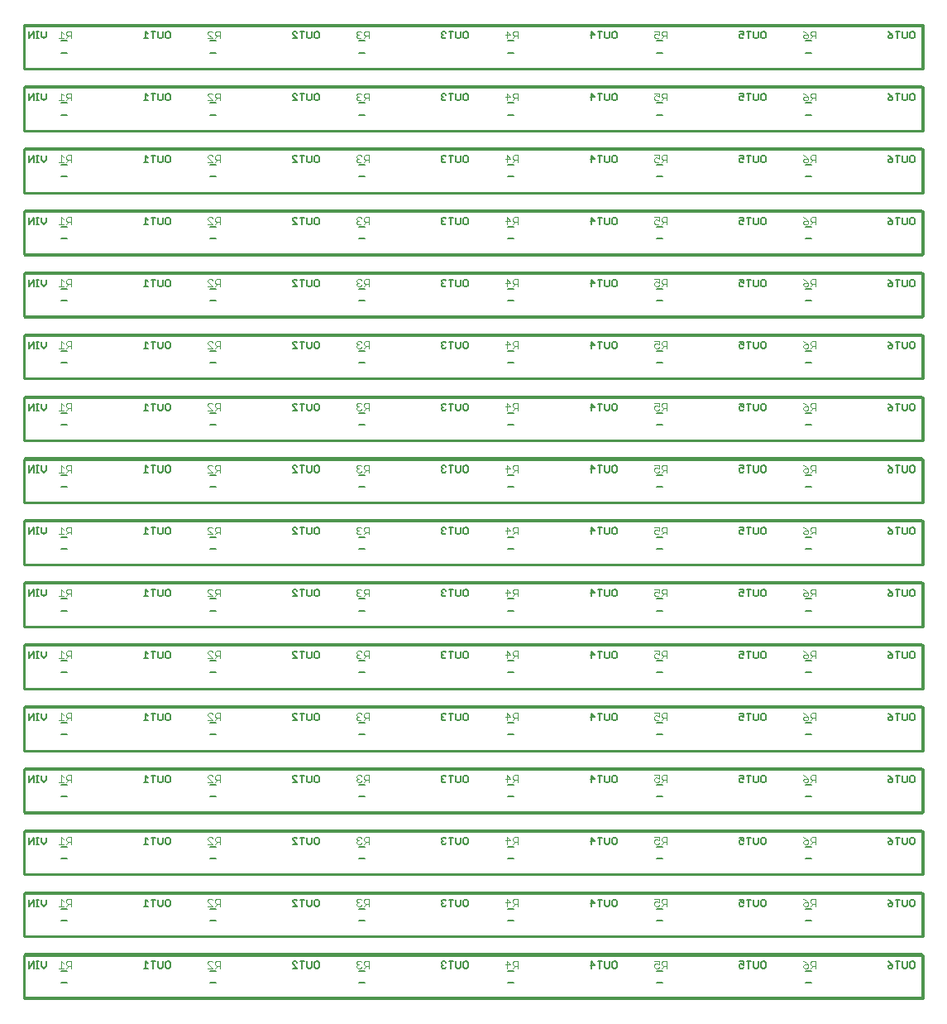
<source format=gbo>
G75*
G70*
%OFA0B0*%
%FSLAX25Y25*%
%IPPOS*%
%LPD*%
%AMOC8*
5,1,8,0,0,1.08239X$1,22.5*
%
%ADD10C,0.00500*%
%ADD11C,0.01000*%
%ADD15C,0.00600*%
%ADD18C,0.00300*%
%ADD22C,0.00800*%
X0010000Y0010000D02*
G75*
%LPD*%
D11*
X0010000Y0010000D02*
X0010000Y0027460D01*
X0372500Y0027460D01*
X0372500Y0010000D01*
X0010000Y0010000D01*
D15*
X0025070Y0016390D02*
X0027430Y0016390D01*
X0085070Y0016390D02*
X0087430Y0016390D01*
X0145070Y0016390D02*
X0147430Y0016390D01*
X0205070Y0016390D02*
X0207430Y0016390D01*
X0265070Y0016390D02*
X0267430Y0016390D01*
X0325070Y0016390D02*
X0327430Y0016390D01*
X0327430Y0021110D02*
X0325070Y0021110D01*
X0267430Y0021110D02*
X0265070Y0021110D01*
X0207430Y0021110D02*
X0205070Y0021110D01*
X0147430Y0021110D02*
X0145070Y0021110D01*
X0087430Y0021110D02*
X0085070Y0021110D01*
X0027430Y0021110D02*
X0025070Y0021110D01*
D18*
X0025190Y0022150D02*
X0025190Y0025050D01*
X0026150Y0024080D01*
X0027170Y0023600D02*
X0027650Y0023120D01*
X0029100Y0023120D01*
X0028130Y0023120D02*
X0027170Y0022150D01*
X0026150Y0022150D02*
X0024220Y0022150D01*
X0029100Y0022150D02*
X0029100Y0025050D01*
X0027650Y0025050D01*
X0027170Y0024570D01*
X0027170Y0023600D01*
X0084220Y0024080D02*
X0084220Y0024570D01*
X0084700Y0025050D01*
X0085670Y0025050D01*
X0086150Y0024570D01*
X0087170Y0024570D02*
X0087170Y0023600D01*
X0087650Y0023120D01*
X0089100Y0023120D01*
X0088130Y0023120D02*
X0087170Y0022150D01*
X0086150Y0022150D02*
X0084220Y0024080D01*
X0087170Y0024570D02*
X0087650Y0025050D01*
X0089100Y0025050D01*
X0089100Y0022150D01*
X0086150Y0022150D02*
X0084220Y0022150D01*
X0144220Y0022630D02*
X0144700Y0022150D01*
X0145670Y0022150D01*
X0146150Y0022630D01*
X0144220Y0022630D02*
X0144220Y0023120D01*
X0144700Y0023600D01*
X0145190Y0023600D01*
X0144700Y0023600D02*
X0144220Y0024080D01*
X0144220Y0024570D01*
X0144700Y0025050D01*
X0145670Y0025050D01*
X0146150Y0024570D01*
X0147170Y0024570D02*
X0147170Y0023600D01*
X0147650Y0023120D01*
X0149100Y0023120D01*
X0148130Y0023120D02*
X0147170Y0022150D01*
X0149100Y0022150D02*
X0149100Y0025050D01*
X0147650Y0025050D01*
X0147170Y0024570D01*
X0204220Y0023600D02*
X0206150Y0023600D01*
X0204700Y0025050D01*
X0204700Y0022150D01*
X0207170Y0022150D02*
X0208130Y0023120D01*
X0207650Y0023120D02*
X0209100Y0023120D01*
X0207650Y0023120D02*
X0207170Y0023600D01*
X0207170Y0024570D01*
X0207650Y0025050D01*
X0209100Y0025050D01*
X0209100Y0022150D01*
X0264220Y0022630D02*
X0264700Y0022150D01*
X0265670Y0022150D01*
X0266150Y0022630D01*
X0264220Y0022630D02*
X0264220Y0023600D01*
X0264700Y0024080D01*
X0265190Y0024080D01*
X0266150Y0023600D01*
X0266150Y0025050D01*
X0264220Y0025050D01*
X0267170Y0024570D02*
X0267650Y0025050D01*
X0269100Y0025050D01*
X0269100Y0022150D01*
X0268130Y0023120D02*
X0267170Y0022150D01*
X0267650Y0023120D02*
X0269100Y0023120D01*
X0267650Y0023120D02*
X0267170Y0023600D01*
X0267170Y0024570D01*
X0324220Y0025050D02*
X0325190Y0024570D01*
X0326150Y0023600D01*
X0324700Y0023600D01*
X0324220Y0023120D01*
X0324220Y0022630D01*
X0324700Y0022150D01*
X0325670Y0022150D01*
X0326150Y0022630D01*
X0326150Y0023600D01*
X0327170Y0023600D02*
X0327650Y0023120D01*
X0329100Y0023120D01*
X0328130Y0023120D02*
X0327170Y0022150D01*
X0329100Y0022150D02*
X0329100Y0025050D01*
X0327650Y0025050D01*
X0327170Y0024570D01*
X0327170Y0023600D01*
D10*
X0308950Y0024400D02*
X0308950Y0022600D01*
X0308500Y0022150D01*
X0307600Y0022150D01*
X0307150Y0022600D01*
X0307150Y0024400D01*
X0307600Y0024850D01*
X0308500Y0024850D01*
X0308950Y0024400D01*
X0306010Y0024850D02*
X0306010Y0022600D01*
X0305560Y0022150D01*
X0304660Y0022150D01*
X0304210Y0022600D01*
X0304210Y0024850D01*
X0303060Y0024850D02*
X0301260Y0024850D01*
X0302160Y0024850D02*
X0302160Y0022150D01*
X0300110Y0022600D02*
X0299660Y0022150D01*
X0298760Y0022150D01*
X0298310Y0022600D01*
X0298310Y0023500D01*
X0298760Y0023950D01*
X0299210Y0023950D01*
X0300110Y0023500D01*
X0300110Y0024850D01*
X0298310Y0024850D01*
X0248950Y0024400D02*
X0248950Y0022600D01*
X0248500Y0022150D01*
X0247600Y0022150D01*
X0247150Y0022600D01*
X0247150Y0024400D01*
X0247600Y0024850D01*
X0248500Y0024850D01*
X0248950Y0024400D01*
X0246010Y0024850D02*
X0246010Y0022600D01*
X0245560Y0022150D01*
X0244660Y0022150D01*
X0244210Y0022600D01*
X0244210Y0024850D01*
X0243060Y0024850D02*
X0241260Y0024850D01*
X0242160Y0024850D02*
X0242160Y0022150D01*
X0238760Y0022150D02*
X0238760Y0024850D01*
X0240110Y0023500D01*
X0238310Y0023500D01*
X0188950Y0022600D02*
X0188500Y0022150D01*
X0187600Y0022150D01*
X0187150Y0022600D01*
X0187150Y0024400D01*
X0187600Y0024850D01*
X0188500Y0024850D01*
X0188950Y0024400D01*
X0188950Y0022600D01*
X0186010Y0022600D02*
X0185560Y0022150D01*
X0184660Y0022150D01*
X0184210Y0022600D01*
X0184210Y0024850D01*
X0183060Y0024850D02*
X0181260Y0024850D01*
X0182160Y0024850D02*
X0182160Y0022150D01*
X0180110Y0022600D02*
X0179660Y0022150D01*
X0178760Y0022150D01*
X0178310Y0022600D01*
X0178310Y0023050D01*
X0178760Y0023500D01*
X0179210Y0023500D01*
X0178760Y0023500D02*
X0178310Y0023950D01*
X0178310Y0024400D01*
X0178760Y0024850D01*
X0179660Y0024850D01*
X0180110Y0024400D01*
X0186010Y0024850D02*
X0186010Y0022600D01*
X0128950Y0022600D02*
X0128500Y0022150D01*
X0127600Y0022150D01*
X0127150Y0022600D01*
X0127150Y0024400D01*
X0127600Y0024850D01*
X0128500Y0024850D01*
X0128950Y0024400D01*
X0128950Y0022600D01*
X0126010Y0022600D02*
X0125560Y0022150D01*
X0124660Y0022150D01*
X0124210Y0022600D01*
X0124210Y0024850D01*
X0123060Y0024850D02*
X0121260Y0024850D01*
X0122160Y0024850D02*
X0122160Y0022150D01*
X0120110Y0022150D02*
X0118310Y0023950D01*
X0118310Y0024400D01*
X0118760Y0024850D01*
X0119660Y0024850D01*
X0120110Y0024400D01*
X0126010Y0024850D02*
X0126010Y0022600D01*
X0120110Y0022150D02*
X0118310Y0022150D01*
X0068950Y0022600D02*
X0068500Y0022150D01*
X0067600Y0022150D01*
X0067150Y0022600D01*
X0067150Y0024400D01*
X0067600Y0024850D01*
X0068500Y0024850D01*
X0068950Y0024400D01*
X0068950Y0022600D01*
X0066010Y0022600D02*
X0065560Y0022150D01*
X0064660Y0022150D01*
X0064210Y0022600D01*
X0064210Y0024850D01*
X0063060Y0024850D02*
X0061260Y0024850D01*
X0062160Y0024850D02*
X0062160Y0022150D01*
X0060110Y0022150D02*
X0058310Y0022150D01*
X0059210Y0022150D02*
X0059210Y0024850D01*
X0060110Y0023950D01*
X0066010Y0024850D02*
X0066010Y0022600D01*
X0018950Y0023050D02*
X0018050Y0022150D01*
X0017150Y0023050D01*
X0017150Y0024850D01*
X0016010Y0024850D02*
X0015110Y0024850D01*
X0015560Y0024850D02*
X0015560Y0022150D01*
X0016010Y0022150D02*
X0015110Y0022150D01*
X0014040Y0022150D02*
X0014040Y0024850D01*
X0012240Y0022150D01*
X0012240Y0024850D01*
X0018950Y0024850D02*
X0018950Y0023050D01*
X0358310Y0022600D02*
X0358310Y0023050D01*
X0358760Y0023500D01*
X0360110Y0023500D01*
X0360110Y0022600D01*
X0359660Y0022150D01*
X0358760Y0022150D01*
X0358310Y0022600D01*
X0362160Y0022150D02*
X0362160Y0024850D01*
X0363060Y0024850D02*
X0361260Y0024850D01*
X0359210Y0024400D02*
X0358310Y0024850D01*
X0359210Y0024400D02*
X0360110Y0023500D01*
X0364210Y0022600D02*
X0364210Y0024850D01*
X0366010Y0024850D02*
X0366010Y0022600D01*
X0365560Y0022150D01*
X0364660Y0022150D01*
X0364210Y0022600D01*
X0367150Y0022600D02*
X0367150Y0024400D01*
X0367600Y0024850D01*
X0368500Y0024850D01*
X0368950Y0024400D01*
X0368950Y0022600D01*
X0368500Y0022150D01*
X0367600Y0022150D01*
X0367150Y0022600D01*
D22*
X0010400Y0010400D02*
X0010400Y0027860D01*
X0010400Y0027860D02*
X0372100Y0027860D01*
X0372100Y0010400D01*
X0372100Y0010400D02*
X0010400Y0010400D01*
X0010000Y0034960D02*
G75*
%LPD*%
D11*
X0010000Y0034960D02*
X0010000Y0052420D01*
X0372500Y0052420D01*
X0372500Y0034960D01*
X0010000Y0034960D01*
D15*
X0025070Y0041350D02*
X0027430Y0041350D01*
X0085070Y0041350D02*
X0087430Y0041350D01*
X0145070Y0041350D02*
X0147430Y0041350D01*
X0205070Y0041350D02*
X0207430Y0041350D01*
X0265070Y0041350D02*
X0267430Y0041350D01*
X0325070Y0041350D02*
X0327430Y0041350D01*
X0327430Y0046070D02*
X0325070Y0046070D01*
X0267430Y0046070D02*
X0265070Y0046070D01*
X0207430Y0046070D02*
X0205070Y0046070D01*
X0147430Y0046070D02*
X0145070Y0046070D01*
X0087430Y0046070D02*
X0085070Y0046070D01*
X0027430Y0046070D02*
X0025070Y0046070D01*
D18*
X0025190Y0047110D02*
X0025190Y0050010D01*
X0026150Y0049040D01*
X0027170Y0048560D02*
X0027650Y0048080D01*
X0029100Y0048080D01*
X0028130Y0048080D02*
X0027170Y0047110D01*
X0026150Y0047110D02*
X0024220Y0047110D01*
X0029100Y0047110D02*
X0029100Y0050010D01*
X0027650Y0050010D01*
X0027170Y0049530D01*
X0027170Y0048560D01*
X0084220Y0049040D02*
X0084220Y0049530D01*
X0084700Y0050010D01*
X0085670Y0050010D01*
X0086150Y0049530D01*
X0087170Y0049530D02*
X0087170Y0048560D01*
X0087650Y0048080D01*
X0089100Y0048080D01*
X0088130Y0048080D02*
X0087170Y0047110D01*
X0086150Y0047110D02*
X0084220Y0049040D01*
X0087170Y0049530D02*
X0087650Y0050010D01*
X0089100Y0050010D01*
X0089100Y0047110D01*
X0086150Y0047110D02*
X0084220Y0047110D01*
X0144220Y0047590D02*
X0144700Y0047110D01*
X0145670Y0047110D01*
X0146150Y0047590D01*
X0144220Y0047590D02*
X0144220Y0048080D01*
X0144700Y0048560D01*
X0145190Y0048560D01*
X0144700Y0048560D02*
X0144220Y0049040D01*
X0144220Y0049530D01*
X0144700Y0050010D01*
X0145670Y0050010D01*
X0146150Y0049530D01*
X0147170Y0049530D02*
X0147170Y0048560D01*
X0147650Y0048080D01*
X0149100Y0048080D01*
X0148130Y0048080D02*
X0147170Y0047110D01*
X0149100Y0047110D02*
X0149100Y0050010D01*
X0147650Y0050010D01*
X0147170Y0049530D01*
X0204220Y0048560D02*
X0206150Y0048560D01*
X0204700Y0050010D01*
X0204700Y0047110D01*
X0207170Y0047110D02*
X0208130Y0048080D01*
X0207650Y0048080D02*
X0209100Y0048080D01*
X0207650Y0048080D02*
X0207170Y0048560D01*
X0207170Y0049530D01*
X0207650Y0050010D01*
X0209100Y0050010D01*
X0209100Y0047110D01*
X0264220Y0047590D02*
X0264700Y0047110D01*
X0265670Y0047110D01*
X0266150Y0047590D01*
X0264220Y0047590D02*
X0264220Y0048560D01*
X0264700Y0049040D01*
X0265190Y0049040D01*
X0266150Y0048560D01*
X0266150Y0050010D01*
X0264220Y0050010D01*
X0267170Y0049530D02*
X0267650Y0050010D01*
X0269100Y0050010D01*
X0269100Y0047110D01*
X0268130Y0048080D02*
X0267170Y0047110D01*
X0267650Y0048080D02*
X0269100Y0048080D01*
X0267650Y0048080D02*
X0267170Y0048560D01*
X0267170Y0049530D01*
X0324220Y0050010D02*
X0325190Y0049530D01*
X0326150Y0048560D01*
X0324700Y0048560D01*
X0324220Y0048080D01*
X0324220Y0047590D01*
X0324700Y0047110D01*
X0325670Y0047110D01*
X0326150Y0047590D01*
X0326150Y0048560D01*
X0327170Y0048560D02*
X0327650Y0048080D01*
X0329100Y0048080D01*
X0328130Y0048080D02*
X0327170Y0047110D01*
X0329100Y0047110D02*
X0329100Y0050010D01*
X0327650Y0050010D01*
X0327170Y0049530D01*
X0327170Y0048560D01*
D10*
X0308950Y0049360D02*
X0308950Y0047560D01*
X0308500Y0047110D01*
X0307600Y0047110D01*
X0307150Y0047560D01*
X0307150Y0049360D01*
X0307600Y0049810D01*
X0308500Y0049810D01*
X0308950Y0049360D01*
X0306010Y0049810D02*
X0306010Y0047560D01*
X0305560Y0047110D01*
X0304660Y0047110D01*
X0304210Y0047560D01*
X0304210Y0049810D01*
X0303060Y0049810D02*
X0301260Y0049810D01*
X0302160Y0049810D02*
X0302160Y0047110D01*
X0300110Y0047560D02*
X0299660Y0047110D01*
X0298760Y0047110D01*
X0298310Y0047560D01*
X0298310Y0048460D01*
X0298760Y0048910D01*
X0299210Y0048910D01*
X0300110Y0048460D01*
X0300110Y0049810D01*
X0298310Y0049810D01*
X0248950Y0049360D02*
X0248950Y0047560D01*
X0248500Y0047110D01*
X0247600Y0047110D01*
X0247150Y0047560D01*
X0247150Y0049360D01*
X0247600Y0049810D01*
X0248500Y0049810D01*
X0248950Y0049360D01*
X0246010Y0049810D02*
X0246010Y0047560D01*
X0245560Y0047110D01*
X0244660Y0047110D01*
X0244210Y0047560D01*
X0244210Y0049810D01*
X0243060Y0049810D02*
X0241260Y0049810D01*
X0242160Y0049810D02*
X0242160Y0047110D01*
X0238760Y0047110D02*
X0238760Y0049810D01*
X0240110Y0048460D01*
X0238310Y0048460D01*
X0188950Y0047560D02*
X0188500Y0047110D01*
X0187600Y0047110D01*
X0187150Y0047560D01*
X0187150Y0049360D01*
X0187600Y0049810D01*
X0188500Y0049810D01*
X0188950Y0049360D01*
X0188950Y0047560D01*
X0186010Y0047560D02*
X0185560Y0047110D01*
X0184660Y0047110D01*
X0184210Y0047560D01*
X0184210Y0049810D01*
X0183060Y0049810D02*
X0181260Y0049810D01*
X0182160Y0049810D02*
X0182160Y0047110D01*
X0180110Y0047560D02*
X0179660Y0047110D01*
X0178760Y0047110D01*
X0178310Y0047560D01*
X0178310Y0048010D01*
X0178760Y0048460D01*
X0179210Y0048460D01*
X0178760Y0048460D02*
X0178310Y0048910D01*
X0178310Y0049360D01*
X0178760Y0049810D01*
X0179660Y0049810D01*
X0180110Y0049360D01*
X0186010Y0049810D02*
X0186010Y0047560D01*
X0128950Y0047560D02*
X0128500Y0047110D01*
X0127600Y0047110D01*
X0127150Y0047560D01*
X0127150Y0049360D01*
X0127600Y0049810D01*
X0128500Y0049810D01*
X0128950Y0049360D01*
X0128950Y0047560D01*
X0126010Y0047560D02*
X0125560Y0047110D01*
X0124660Y0047110D01*
X0124210Y0047560D01*
X0124210Y0049810D01*
X0123060Y0049810D02*
X0121260Y0049810D01*
X0122160Y0049810D02*
X0122160Y0047110D01*
X0120110Y0047110D02*
X0118310Y0048910D01*
X0118310Y0049360D01*
X0118760Y0049810D01*
X0119660Y0049810D01*
X0120110Y0049360D01*
X0126010Y0049810D02*
X0126010Y0047560D01*
X0120110Y0047110D02*
X0118310Y0047110D01*
X0068950Y0047560D02*
X0068500Y0047110D01*
X0067600Y0047110D01*
X0067150Y0047560D01*
X0067150Y0049360D01*
X0067600Y0049810D01*
X0068500Y0049810D01*
X0068950Y0049360D01*
X0068950Y0047560D01*
X0066010Y0047560D02*
X0065560Y0047110D01*
X0064660Y0047110D01*
X0064210Y0047560D01*
X0064210Y0049810D01*
X0063060Y0049810D02*
X0061260Y0049810D01*
X0062160Y0049810D02*
X0062160Y0047110D01*
X0060110Y0047110D02*
X0058310Y0047110D01*
X0059210Y0047110D02*
X0059210Y0049810D01*
X0060110Y0048910D01*
X0066010Y0049810D02*
X0066010Y0047560D01*
X0018950Y0048010D02*
X0018050Y0047110D01*
X0017150Y0048010D01*
X0017150Y0049810D01*
X0016010Y0049810D02*
X0015110Y0049810D01*
X0015560Y0049810D02*
X0015560Y0047110D01*
X0016010Y0047110D02*
X0015110Y0047110D01*
X0014040Y0047110D02*
X0014040Y0049810D01*
X0012240Y0047110D01*
X0012240Y0049810D01*
X0018950Y0049810D02*
X0018950Y0048010D01*
X0358310Y0047560D02*
X0358310Y0048010D01*
X0358760Y0048460D01*
X0360110Y0048460D01*
X0360110Y0047560D01*
X0359660Y0047110D01*
X0358760Y0047110D01*
X0358310Y0047560D01*
X0362160Y0047110D02*
X0362160Y0049810D01*
X0363060Y0049810D02*
X0361260Y0049810D01*
X0359210Y0049360D02*
X0358310Y0049810D01*
X0359210Y0049360D02*
X0360110Y0048460D01*
X0364210Y0047560D02*
X0364210Y0049810D01*
X0366010Y0049810D02*
X0366010Y0047560D01*
X0365560Y0047110D01*
X0364660Y0047110D01*
X0364210Y0047560D01*
X0367150Y0047560D02*
X0367150Y0049360D01*
X0367600Y0049810D01*
X0368500Y0049810D01*
X0368950Y0049360D01*
X0368950Y0047560D01*
X0368500Y0047110D01*
X0367600Y0047110D01*
X0367150Y0047560D01*
D22*
X0010400Y0034560D02*
X0010400Y0052820D01*
X0010400Y0052820D02*
X0372100Y0052820D01*
X0372100Y0034560D01*
X0372100Y0034560D02*
X0010400Y0034560D01*
X0010000Y0059920D02*
G75*
%LPD*%
D11*
X0010000Y0059920D02*
X0010000Y0077380D01*
X0372500Y0077380D01*
X0372500Y0059920D01*
X0010000Y0059920D01*
D15*
X0025070Y0066310D02*
X0027430Y0066310D01*
X0085070Y0066310D02*
X0087430Y0066310D01*
X0145070Y0066310D02*
X0147430Y0066310D01*
X0205070Y0066310D02*
X0207430Y0066310D01*
X0265070Y0066310D02*
X0267430Y0066310D01*
X0325070Y0066310D02*
X0327430Y0066310D01*
X0327430Y0071030D02*
X0325070Y0071030D01*
X0267430Y0071030D02*
X0265070Y0071030D01*
X0207430Y0071030D02*
X0205070Y0071030D01*
X0147430Y0071030D02*
X0145070Y0071030D01*
X0087430Y0071030D02*
X0085070Y0071030D01*
X0027430Y0071030D02*
X0025070Y0071030D01*
D18*
X0025190Y0072070D02*
X0025190Y0074970D01*
X0026150Y0074000D01*
X0027170Y0073520D02*
X0027650Y0073040D01*
X0029100Y0073040D01*
X0028130Y0073040D02*
X0027170Y0072070D01*
X0026150Y0072070D02*
X0024220Y0072070D01*
X0029100Y0072070D02*
X0029100Y0074970D01*
X0027650Y0074970D01*
X0027170Y0074490D01*
X0027170Y0073520D01*
X0084220Y0074000D02*
X0084220Y0074490D01*
X0084700Y0074970D01*
X0085670Y0074970D01*
X0086150Y0074490D01*
X0087170Y0074490D02*
X0087170Y0073520D01*
X0087650Y0073040D01*
X0089100Y0073040D01*
X0088130Y0073040D02*
X0087170Y0072070D01*
X0086150Y0072070D02*
X0084220Y0074000D01*
X0087170Y0074490D02*
X0087650Y0074970D01*
X0089100Y0074970D01*
X0089100Y0072070D01*
X0086150Y0072070D02*
X0084220Y0072070D01*
X0144220Y0072550D02*
X0144700Y0072070D01*
X0145670Y0072070D01*
X0146150Y0072550D01*
X0144220Y0072550D02*
X0144220Y0073040D01*
X0144700Y0073520D01*
X0145190Y0073520D01*
X0144700Y0073520D02*
X0144220Y0074000D01*
X0144220Y0074490D01*
X0144700Y0074970D01*
X0145670Y0074970D01*
X0146150Y0074490D01*
X0147170Y0074490D02*
X0147170Y0073520D01*
X0147650Y0073040D01*
X0149100Y0073040D01*
X0148130Y0073040D02*
X0147170Y0072070D01*
X0149100Y0072070D02*
X0149100Y0074970D01*
X0147650Y0074970D01*
X0147170Y0074490D01*
X0204220Y0073520D02*
X0206150Y0073520D01*
X0204700Y0074970D01*
X0204700Y0072070D01*
X0207170Y0072070D02*
X0208130Y0073040D01*
X0207650Y0073040D02*
X0209100Y0073040D01*
X0207650Y0073040D02*
X0207170Y0073520D01*
X0207170Y0074490D01*
X0207650Y0074970D01*
X0209100Y0074970D01*
X0209100Y0072070D01*
X0264220Y0072550D02*
X0264700Y0072070D01*
X0265670Y0072070D01*
X0266150Y0072550D01*
X0264220Y0072550D02*
X0264220Y0073520D01*
X0264700Y0074000D01*
X0265190Y0074000D01*
X0266150Y0073520D01*
X0266150Y0074970D01*
X0264220Y0074970D01*
X0267170Y0074490D02*
X0267650Y0074970D01*
X0269100Y0074970D01*
X0269100Y0072070D01*
X0268130Y0073040D02*
X0267170Y0072070D01*
X0267650Y0073040D02*
X0269100Y0073040D01*
X0267650Y0073040D02*
X0267170Y0073520D01*
X0267170Y0074490D01*
X0324220Y0074970D02*
X0325190Y0074490D01*
X0326150Y0073520D01*
X0324700Y0073520D01*
X0324220Y0073040D01*
X0324220Y0072550D01*
X0324700Y0072070D01*
X0325670Y0072070D01*
X0326150Y0072550D01*
X0326150Y0073520D01*
X0327170Y0073520D02*
X0327650Y0073040D01*
X0329100Y0073040D01*
X0328130Y0073040D02*
X0327170Y0072070D01*
X0329100Y0072070D02*
X0329100Y0074970D01*
X0327650Y0074970D01*
X0327170Y0074490D01*
X0327170Y0073520D01*
D10*
X0308950Y0074320D02*
X0308950Y0072520D01*
X0308500Y0072070D01*
X0307600Y0072070D01*
X0307150Y0072520D01*
X0307150Y0074320D01*
X0307600Y0074770D01*
X0308500Y0074770D01*
X0308950Y0074320D01*
X0306010Y0074770D02*
X0306010Y0072520D01*
X0305560Y0072070D01*
X0304660Y0072070D01*
X0304210Y0072520D01*
X0304210Y0074770D01*
X0303060Y0074770D02*
X0301260Y0074770D01*
X0302160Y0074770D02*
X0302160Y0072070D01*
X0300110Y0072520D02*
X0299660Y0072070D01*
X0298760Y0072070D01*
X0298310Y0072520D01*
X0298310Y0073420D01*
X0298760Y0073870D01*
X0299210Y0073870D01*
X0300110Y0073420D01*
X0300110Y0074770D01*
X0298310Y0074770D01*
X0248950Y0074320D02*
X0248950Y0072520D01*
X0248500Y0072070D01*
X0247600Y0072070D01*
X0247150Y0072520D01*
X0247150Y0074320D01*
X0247600Y0074770D01*
X0248500Y0074770D01*
X0248950Y0074320D01*
X0246010Y0074770D02*
X0246010Y0072520D01*
X0245560Y0072070D01*
X0244660Y0072070D01*
X0244210Y0072520D01*
X0244210Y0074770D01*
X0243060Y0074770D02*
X0241260Y0074770D01*
X0242160Y0074770D02*
X0242160Y0072070D01*
X0238760Y0072070D02*
X0238760Y0074770D01*
X0240110Y0073420D01*
X0238310Y0073420D01*
X0188950Y0072520D02*
X0188500Y0072070D01*
X0187600Y0072070D01*
X0187150Y0072520D01*
X0187150Y0074320D01*
X0187600Y0074770D01*
X0188500Y0074770D01*
X0188950Y0074320D01*
X0188950Y0072520D01*
X0186010Y0072520D02*
X0185560Y0072070D01*
X0184660Y0072070D01*
X0184210Y0072520D01*
X0184210Y0074770D01*
X0183060Y0074770D02*
X0181260Y0074770D01*
X0182160Y0074770D02*
X0182160Y0072070D01*
X0180110Y0072520D02*
X0179660Y0072070D01*
X0178760Y0072070D01*
X0178310Y0072520D01*
X0178310Y0072970D01*
X0178760Y0073420D01*
X0179210Y0073420D01*
X0178760Y0073420D02*
X0178310Y0073870D01*
X0178310Y0074320D01*
X0178760Y0074770D01*
X0179660Y0074770D01*
X0180110Y0074320D01*
X0186010Y0074770D02*
X0186010Y0072520D01*
X0128950Y0072520D02*
X0128500Y0072070D01*
X0127600Y0072070D01*
X0127150Y0072520D01*
X0127150Y0074320D01*
X0127600Y0074770D01*
X0128500Y0074770D01*
X0128950Y0074320D01*
X0128950Y0072520D01*
X0126010Y0072520D02*
X0125560Y0072070D01*
X0124660Y0072070D01*
X0124210Y0072520D01*
X0124210Y0074770D01*
X0123060Y0074770D02*
X0121260Y0074770D01*
X0122160Y0074770D02*
X0122160Y0072070D01*
X0120110Y0072070D02*
X0118310Y0073870D01*
X0118310Y0074320D01*
X0118760Y0074770D01*
X0119660Y0074770D01*
X0120110Y0074320D01*
X0126010Y0074770D02*
X0126010Y0072520D01*
X0120110Y0072070D02*
X0118310Y0072070D01*
X0068950Y0072520D02*
X0068500Y0072070D01*
X0067600Y0072070D01*
X0067150Y0072520D01*
X0067150Y0074320D01*
X0067600Y0074770D01*
X0068500Y0074770D01*
X0068950Y0074320D01*
X0068950Y0072520D01*
X0066010Y0072520D02*
X0065560Y0072070D01*
X0064660Y0072070D01*
X0064210Y0072520D01*
X0064210Y0074770D01*
X0063060Y0074770D02*
X0061260Y0074770D01*
X0062160Y0074770D02*
X0062160Y0072070D01*
X0060110Y0072070D02*
X0058310Y0072070D01*
X0059210Y0072070D02*
X0059210Y0074770D01*
X0060110Y0073870D01*
X0066010Y0074770D02*
X0066010Y0072520D01*
X0018950Y0072970D02*
X0018050Y0072070D01*
X0017150Y0072970D01*
X0017150Y0074770D01*
X0016010Y0074770D02*
X0015110Y0074770D01*
X0015560Y0074770D02*
X0015560Y0072070D01*
X0016010Y0072070D02*
X0015110Y0072070D01*
X0014040Y0072070D02*
X0014040Y0074770D01*
X0012240Y0072070D01*
X0012240Y0074770D01*
X0018950Y0074770D02*
X0018950Y0072970D01*
X0358310Y0072520D02*
X0358310Y0072970D01*
X0358760Y0073420D01*
X0360110Y0073420D01*
X0360110Y0072520D01*
X0359660Y0072070D01*
X0358760Y0072070D01*
X0358310Y0072520D01*
X0362160Y0072070D02*
X0362160Y0074770D01*
X0363060Y0074770D02*
X0361260Y0074770D01*
X0359210Y0074320D02*
X0358310Y0074770D01*
X0359210Y0074320D02*
X0360110Y0073420D01*
X0364210Y0072520D02*
X0364210Y0074770D01*
X0366010Y0074770D02*
X0366010Y0072520D01*
X0365560Y0072070D01*
X0364660Y0072070D01*
X0364210Y0072520D01*
X0367150Y0072520D02*
X0367150Y0074320D01*
X0367600Y0074770D01*
X0368500Y0074770D01*
X0368950Y0074320D01*
X0368950Y0072520D01*
X0368500Y0072070D01*
X0367600Y0072070D01*
X0367150Y0072520D01*
D22*
X0010400Y0059520D02*
X0010400Y0077780D01*
X0010400Y0077780D02*
X0372100Y0077780D01*
X0372100Y0059520D01*
X0372100Y0059520D02*
X0010400Y0059520D01*
X0010000Y0084880D02*
G75*
%LPD*%
D11*
X0010000Y0084880D02*
X0010000Y0102340D01*
X0372500Y0102340D01*
X0372500Y0084880D01*
X0010000Y0084880D01*
D15*
X0025070Y0091270D02*
X0027430Y0091270D01*
X0085070Y0091270D02*
X0087430Y0091270D01*
X0145070Y0091270D02*
X0147430Y0091270D01*
X0205070Y0091270D02*
X0207430Y0091270D01*
X0265070Y0091270D02*
X0267430Y0091270D01*
X0325070Y0091270D02*
X0327430Y0091270D01*
X0327430Y0095990D02*
X0325070Y0095990D01*
X0267430Y0095990D02*
X0265070Y0095990D01*
X0207430Y0095990D02*
X0205070Y0095990D01*
X0147430Y0095990D02*
X0145070Y0095990D01*
X0087430Y0095990D02*
X0085070Y0095990D01*
X0027430Y0095990D02*
X0025070Y0095990D01*
D18*
X0025190Y0097030D02*
X0025190Y0099930D01*
X0026150Y0098960D01*
X0027170Y0098480D02*
X0027650Y0098000D01*
X0029100Y0098000D01*
X0028130Y0098000D02*
X0027170Y0097030D01*
X0026150Y0097030D02*
X0024220Y0097030D01*
X0029100Y0097030D02*
X0029100Y0099930D01*
X0027650Y0099930D01*
X0027170Y0099450D01*
X0027170Y0098480D01*
X0084220Y0098960D02*
X0084220Y0099450D01*
X0084700Y0099930D01*
X0085670Y0099930D01*
X0086150Y0099450D01*
X0087170Y0099450D02*
X0087170Y0098480D01*
X0087650Y0098000D01*
X0089100Y0098000D01*
X0088130Y0098000D02*
X0087170Y0097030D01*
X0086150Y0097030D02*
X0084220Y0098960D01*
X0087170Y0099450D02*
X0087650Y0099930D01*
X0089100Y0099930D01*
X0089100Y0097030D01*
X0086150Y0097030D02*
X0084220Y0097030D01*
X0144220Y0097510D02*
X0144700Y0097030D01*
X0145670Y0097030D01*
X0146150Y0097510D01*
X0144220Y0097510D02*
X0144220Y0098000D01*
X0144700Y0098480D01*
X0145190Y0098480D01*
X0144700Y0098480D02*
X0144220Y0098960D01*
X0144220Y0099450D01*
X0144700Y0099930D01*
X0145670Y0099930D01*
X0146150Y0099450D01*
X0147170Y0099450D02*
X0147170Y0098480D01*
X0147650Y0098000D01*
X0149100Y0098000D01*
X0148130Y0098000D02*
X0147170Y0097030D01*
X0149100Y0097030D02*
X0149100Y0099930D01*
X0147650Y0099930D01*
X0147170Y0099450D01*
X0204220Y0098480D02*
X0206150Y0098480D01*
X0204700Y0099930D01*
X0204700Y0097030D01*
X0207170Y0097030D02*
X0208130Y0098000D01*
X0207650Y0098000D02*
X0209100Y0098000D01*
X0207650Y0098000D02*
X0207170Y0098480D01*
X0207170Y0099450D01*
X0207650Y0099930D01*
X0209100Y0099930D01*
X0209100Y0097030D01*
X0264220Y0097510D02*
X0264700Y0097030D01*
X0265670Y0097030D01*
X0266150Y0097510D01*
X0264220Y0097510D02*
X0264220Y0098480D01*
X0264700Y0098960D01*
X0265190Y0098960D01*
X0266150Y0098480D01*
X0266150Y0099930D01*
X0264220Y0099930D01*
X0267170Y0099450D02*
X0267650Y0099930D01*
X0269100Y0099930D01*
X0269100Y0097030D01*
X0268130Y0098000D02*
X0267170Y0097030D01*
X0267650Y0098000D02*
X0269100Y0098000D01*
X0267650Y0098000D02*
X0267170Y0098480D01*
X0267170Y0099450D01*
X0324220Y0099930D02*
X0325190Y0099450D01*
X0326150Y0098480D01*
X0324700Y0098480D01*
X0324220Y0098000D01*
X0324220Y0097510D01*
X0324700Y0097030D01*
X0325670Y0097030D01*
X0326150Y0097510D01*
X0326150Y0098480D01*
X0327170Y0098480D02*
X0327650Y0098000D01*
X0329100Y0098000D01*
X0328130Y0098000D02*
X0327170Y0097030D01*
X0329100Y0097030D02*
X0329100Y0099930D01*
X0327650Y0099930D01*
X0327170Y0099450D01*
X0327170Y0098480D01*
D10*
X0308950Y0099280D02*
X0308950Y0097480D01*
X0308500Y0097030D01*
X0307600Y0097030D01*
X0307150Y0097480D01*
X0307150Y0099280D01*
X0307600Y0099730D01*
X0308500Y0099730D01*
X0308950Y0099280D01*
X0306010Y0099730D02*
X0306010Y0097480D01*
X0305560Y0097030D01*
X0304660Y0097030D01*
X0304210Y0097480D01*
X0304210Y0099730D01*
X0303060Y0099730D02*
X0301260Y0099730D01*
X0302160Y0099730D02*
X0302160Y0097030D01*
X0300110Y0097480D02*
X0299660Y0097030D01*
X0298760Y0097030D01*
X0298310Y0097480D01*
X0298310Y0098380D01*
X0298760Y0098830D01*
X0299210Y0098830D01*
X0300110Y0098380D01*
X0300110Y0099730D01*
X0298310Y0099730D01*
X0248950Y0099280D02*
X0248950Y0097480D01*
X0248500Y0097030D01*
X0247600Y0097030D01*
X0247150Y0097480D01*
X0247150Y0099280D01*
X0247600Y0099730D01*
X0248500Y0099730D01*
X0248950Y0099280D01*
X0246010Y0099730D02*
X0246010Y0097480D01*
X0245560Y0097030D01*
X0244660Y0097030D01*
X0244210Y0097480D01*
X0244210Y0099730D01*
X0243060Y0099730D02*
X0241260Y0099730D01*
X0242160Y0099730D02*
X0242160Y0097030D01*
X0238760Y0097030D02*
X0238760Y0099730D01*
X0240110Y0098380D01*
X0238310Y0098380D01*
X0188950Y0097480D02*
X0188500Y0097030D01*
X0187600Y0097030D01*
X0187150Y0097480D01*
X0187150Y0099280D01*
X0187600Y0099730D01*
X0188500Y0099730D01*
X0188950Y0099280D01*
X0188950Y0097480D01*
X0186010Y0097480D02*
X0185560Y0097030D01*
X0184660Y0097030D01*
X0184210Y0097480D01*
X0184210Y0099730D01*
X0183060Y0099730D02*
X0181260Y0099730D01*
X0182160Y0099730D02*
X0182160Y0097030D01*
X0180110Y0097480D02*
X0179660Y0097030D01*
X0178760Y0097030D01*
X0178310Y0097480D01*
X0178310Y0097930D01*
X0178760Y0098380D01*
X0179210Y0098380D01*
X0178760Y0098380D02*
X0178310Y0098830D01*
X0178310Y0099280D01*
X0178760Y0099730D01*
X0179660Y0099730D01*
X0180110Y0099280D01*
X0186010Y0099730D02*
X0186010Y0097480D01*
X0128950Y0097480D02*
X0128500Y0097030D01*
X0127600Y0097030D01*
X0127150Y0097480D01*
X0127150Y0099280D01*
X0127600Y0099730D01*
X0128500Y0099730D01*
X0128950Y0099280D01*
X0128950Y0097480D01*
X0126010Y0097480D02*
X0125560Y0097030D01*
X0124660Y0097030D01*
X0124210Y0097480D01*
X0124210Y0099730D01*
X0123060Y0099730D02*
X0121260Y0099730D01*
X0122160Y0099730D02*
X0122160Y0097030D01*
X0120110Y0097030D02*
X0118310Y0098830D01*
X0118310Y0099280D01*
X0118760Y0099730D01*
X0119660Y0099730D01*
X0120110Y0099280D01*
X0126010Y0099730D02*
X0126010Y0097480D01*
X0120110Y0097030D02*
X0118310Y0097030D01*
X0068950Y0097480D02*
X0068500Y0097030D01*
X0067600Y0097030D01*
X0067150Y0097480D01*
X0067150Y0099280D01*
X0067600Y0099730D01*
X0068500Y0099730D01*
X0068950Y0099280D01*
X0068950Y0097480D01*
X0066010Y0097480D02*
X0065560Y0097030D01*
X0064660Y0097030D01*
X0064210Y0097480D01*
X0064210Y0099730D01*
X0063060Y0099730D02*
X0061260Y0099730D01*
X0062160Y0099730D02*
X0062160Y0097030D01*
X0060110Y0097030D02*
X0058310Y0097030D01*
X0059210Y0097030D02*
X0059210Y0099730D01*
X0060110Y0098830D01*
X0066010Y0099730D02*
X0066010Y0097480D01*
X0018950Y0097930D02*
X0018050Y0097030D01*
X0017150Y0097930D01*
X0017150Y0099730D01*
X0016010Y0099730D02*
X0015110Y0099730D01*
X0015560Y0099730D02*
X0015560Y0097030D01*
X0016010Y0097030D02*
X0015110Y0097030D01*
X0014040Y0097030D02*
X0014040Y0099730D01*
X0012240Y0097030D01*
X0012240Y0099730D01*
X0018950Y0099730D02*
X0018950Y0097930D01*
X0358310Y0097480D02*
X0358310Y0097930D01*
X0358760Y0098380D01*
X0360110Y0098380D01*
X0360110Y0097480D01*
X0359660Y0097030D01*
X0358760Y0097030D01*
X0358310Y0097480D01*
X0362160Y0097030D02*
X0362160Y0099730D01*
X0363060Y0099730D02*
X0361260Y0099730D01*
X0359210Y0099280D02*
X0358310Y0099730D01*
X0359210Y0099280D02*
X0360110Y0098380D01*
X0364210Y0097480D02*
X0364210Y0099730D01*
X0366010Y0099730D02*
X0366010Y0097480D01*
X0365560Y0097030D01*
X0364660Y0097030D01*
X0364210Y0097480D01*
X0367150Y0097480D02*
X0367150Y0099280D01*
X0367600Y0099730D01*
X0368500Y0099730D01*
X0368950Y0099280D01*
X0368950Y0097480D01*
X0368500Y0097030D01*
X0367600Y0097030D01*
X0367150Y0097480D01*
D22*
X0010400Y0084480D02*
X0010400Y0102740D01*
X0010400Y0102740D02*
X0372100Y0102740D01*
X0372100Y0084480D01*
X0372100Y0084480D02*
X0010400Y0084480D01*
X0010000Y0109840D02*
G75*
%LPD*%
D11*
X0010000Y0109840D02*
X0010000Y0127300D01*
X0372500Y0127300D01*
X0372500Y0109840D01*
X0010000Y0109840D01*
D15*
X0025070Y0116230D02*
X0027430Y0116230D01*
X0085070Y0116230D02*
X0087430Y0116230D01*
X0145070Y0116230D02*
X0147430Y0116230D01*
X0205070Y0116230D02*
X0207430Y0116230D01*
X0265070Y0116230D02*
X0267430Y0116230D01*
X0325070Y0116230D02*
X0327430Y0116230D01*
X0327430Y0120950D02*
X0325070Y0120950D01*
X0267430Y0120950D02*
X0265070Y0120950D01*
X0207430Y0120950D02*
X0205070Y0120950D01*
X0147430Y0120950D02*
X0145070Y0120950D01*
X0087430Y0120950D02*
X0085070Y0120950D01*
X0027430Y0120950D02*
X0025070Y0120950D01*
D18*
X0025190Y0121990D02*
X0025190Y0124890D01*
X0026150Y0123920D01*
X0027170Y0123440D02*
X0027650Y0122960D01*
X0029100Y0122960D01*
X0028130Y0122960D02*
X0027170Y0121990D01*
X0026150Y0121990D02*
X0024220Y0121990D01*
X0029100Y0121990D02*
X0029100Y0124890D01*
X0027650Y0124890D01*
X0027170Y0124410D01*
X0027170Y0123440D01*
X0084220Y0123920D02*
X0084220Y0124410D01*
X0084700Y0124890D01*
X0085670Y0124890D01*
X0086150Y0124410D01*
X0087170Y0124410D02*
X0087170Y0123440D01*
X0087650Y0122960D01*
X0089100Y0122960D01*
X0088130Y0122960D02*
X0087170Y0121990D01*
X0086150Y0121990D02*
X0084220Y0123920D01*
X0087170Y0124410D02*
X0087650Y0124890D01*
X0089100Y0124890D01*
X0089100Y0121990D01*
X0086150Y0121990D02*
X0084220Y0121990D01*
X0144220Y0122470D02*
X0144700Y0121990D01*
X0145670Y0121990D01*
X0146150Y0122470D01*
X0144220Y0122470D02*
X0144220Y0122960D01*
X0144700Y0123440D01*
X0145190Y0123440D01*
X0144700Y0123440D02*
X0144220Y0123920D01*
X0144220Y0124410D01*
X0144700Y0124890D01*
X0145670Y0124890D01*
X0146150Y0124410D01*
X0147170Y0124410D02*
X0147170Y0123440D01*
X0147650Y0122960D01*
X0149100Y0122960D01*
X0148130Y0122960D02*
X0147170Y0121990D01*
X0149100Y0121990D02*
X0149100Y0124890D01*
X0147650Y0124890D01*
X0147170Y0124410D01*
X0204220Y0123440D02*
X0206150Y0123440D01*
X0204700Y0124890D01*
X0204700Y0121990D01*
X0207170Y0121990D02*
X0208130Y0122960D01*
X0207650Y0122960D02*
X0209100Y0122960D01*
X0207650Y0122960D02*
X0207170Y0123440D01*
X0207170Y0124410D01*
X0207650Y0124890D01*
X0209100Y0124890D01*
X0209100Y0121990D01*
X0264220Y0122470D02*
X0264700Y0121990D01*
X0265670Y0121990D01*
X0266150Y0122470D01*
X0264220Y0122470D02*
X0264220Y0123440D01*
X0264700Y0123920D01*
X0265190Y0123920D01*
X0266150Y0123440D01*
X0266150Y0124890D01*
X0264220Y0124890D01*
X0267170Y0124410D02*
X0267650Y0124890D01*
X0269100Y0124890D01*
X0269100Y0121990D01*
X0268130Y0122960D02*
X0267170Y0121990D01*
X0267650Y0122960D02*
X0269100Y0122960D01*
X0267650Y0122960D02*
X0267170Y0123440D01*
X0267170Y0124410D01*
X0324220Y0124890D02*
X0325190Y0124410D01*
X0326150Y0123440D01*
X0324700Y0123440D01*
X0324220Y0122960D01*
X0324220Y0122470D01*
X0324700Y0121990D01*
X0325670Y0121990D01*
X0326150Y0122470D01*
X0326150Y0123440D01*
X0327170Y0123440D02*
X0327650Y0122960D01*
X0329100Y0122960D01*
X0328130Y0122960D02*
X0327170Y0121990D01*
X0329100Y0121990D02*
X0329100Y0124890D01*
X0327650Y0124890D01*
X0327170Y0124410D01*
X0327170Y0123440D01*
D10*
X0308950Y0124240D02*
X0308950Y0122440D01*
X0308500Y0121990D01*
X0307600Y0121990D01*
X0307150Y0122440D01*
X0307150Y0124240D01*
X0307600Y0124690D01*
X0308500Y0124690D01*
X0308950Y0124240D01*
X0306010Y0124690D02*
X0306010Y0122440D01*
X0305560Y0121990D01*
X0304660Y0121990D01*
X0304210Y0122440D01*
X0304210Y0124690D01*
X0303060Y0124690D02*
X0301260Y0124690D01*
X0302160Y0124690D02*
X0302160Y0121990D01*
X0300110Y0122440D02*
X0299660Y0121990D01*
X0298760Y0121990D01*
X0298310Y0122440D01*
X0298310Y0123340D01*
X0298760Y0123790D01*
X0299210Y0123790D01*
X0300110Y0123340D01*
X0300110Y0124690D01*
X0298310Y0124690D01*
X0248950Y0124240D02*
X0248950Y0122440D01*
X0248500Y0121990D01*
X0247600Y0121990D01*
X0247150Y0122440D01*
X0247150Y0124240D01*
X0247600Y0124690D01*
X0248500Y0124690D01*
X0248950Y0124240D01*
X0246010Y0124690D02*
X0246010Y0122440D01*
X0245560Y0121990D01*
X0244660Y0121990D01*
X0244210Y0122440D01*
X0244210Y0124690D01*
X0243060Y0124690D02*
X0241260Y0124690D01*
X0242160Y0124690D02*
X0242160Y0121990D01*
X0238760Y0121990D02*
X0238760Y0124690D01*
X0240110Y0123340D01*
X0238310Y0123340D01*
X0188950Y0122440D02*
X0188500Y0121990D01*
X0187600Y0121990D01*
X0187150Y0122440D01*
X0187150Y0124240D01*
X0187600Y0124690D01*
X0188500Y0124690D01*
X0188950Y0124240D01*
X0188950Y0122440D01*
X0186010Y0122440D02*
X0185560Y0121990D01*
X0184660Y0121990D01*
X0184210Y0122440D01*
X0184210Y0124690D01*
X0183060Y0124690D02*
X0181260Y0124690D01*
X0182160Y0124690D02*
X0182160Y0121990D01*
X0180110Y0122440D02*
X0179660Y0121990D01*
X0178760Y0121990D01*
X0178310Y0122440D01*
X0178310Y0122890D01*
X0178760Y0123340D01*
X0179210Y0123340D01*
X0178760Y0123340D02*
X0178310Y0123790D01*
X0178310Y0124240D01*
X0178760Y0124690D01*
X0179660Y0124690D01*
X0180110Y0124240D01*
X0186010Y0124690D02*
X0186010Y0122440D01*
X0128950Y0122440D02*
X0128500Y0121990D01*
X0127600Y0121990D01*
X0127150Y0122440D01*
X0127150Y0124240D01*
X0127600Y0124690D01*
X0128500Y0124690D01*
X0128950Y0124240D01*
X0128950Y0122440D01*
X0126010Y0122440D02*
X0125560Y0121990D01*
X0124660Y0121990D01*
X0124210Y0122440D01*
X0124210Y0124690D01*
X0123060Y0124690D02*
X0121260Y0124690D01*
X0122160Y0124690D02*
X0122160Y0121990D01*
X0120110Y0121990D02*
X0118310Y0123790D01*
X0118310Y0124240D01*
X0118760Y0124690D01*
X0119660Y0124690D01*
X0120110Y0124240D01*
X0126010Y0124690D02*
X0126010Y0122440D01*
X0120110Y0121990D02*
X0118310Y0121990D01*
X0068950Y0122440D02*
X0068500Y0121990D01*
X0067600Y0121990D01*
X0067150Y0122440D01*
X0067150Y0124240D01*
X0067600Y0124690D01*
X0068500Y0124690D01*
X0068950Y0124240D01*
X0068950Y0122440D01*
X0066010Y0122440D02*
X0065560Y0121990D01*
X0064660Y0121990D01*
X0064210Y0122440D01*
X0064210Y0124690D01*
X0063060Y0124690D02*
X0061260Y0124690D01*
X0062160Y0124690D02*
X0062160Y0121990D01*
X0060110Y0121990D02*
X0058310Y0121990D01*
X0059210Y0121990D02*
X0059210Y0124690D01*
X0060110Y0123790D01*
X0066010Y0124690D02*
X0066010Y0122440D01*
X0018950Y0122890D02*
X0018050Y0121990D01*
X0017150Y0122890D01*
X0017150Y0124690D01*
X0016010Y0124690D02*
X0015110Y0124690D01*
X0015560Y0124690D02*
X0015560Y0121990D01*
X0016010Y0121990D02*
X0015110Y0121990D01*
X0014040Y0121990D02*
X0014040Y0124690D01*
X0012240Y0121990D01*
X0012240Y0124690D01*
X0018950Y0124690D02*
X0018950Y0122890D01*
X0358310Y0122440D02*
X0358310Y0122890D01*
X0358760Y0123340D01*
X0360110Y0123340D01*
X0360110Y0122440D01*
X0359660Y0121990D01*
X0358760Y0121990D01*
X0358310Y0122440D01*
X0362160Y0121990D02*
X0362160Y0124690D01*
X0363060Y0124690D02*
X0361260Y0124690D01*
X0359210Y0124240D02*
X0358310Y0124690D01*
X0359210Y0124240D02*
X0360110Y0123340D01*
X0364210Y0122440D02*
X0364210Y0124690D01*
X0366010Y0124690D02*
X0366010Y0122440D01*
X0365560Y0121990D01*
X0364660Y0121990D01*
X0364210Y0122440D01*
X0367150Y0122440D02*
X0367150Y0124240D01*
X0367600Y0124690D01*
X0368500Y0124690D01*
X0368950Y0124240D01*
X0368950Y0122440D01*
X0368500Y0121990D01*
X0367600Y0121990D01*
X0367150Y0122440D01*
D22*
X0010400Y0109440D02*
X0010400Y0127700D01*
X0010400Y0127700D02*
X0372100Y0127700D01*
X0372100Y0109440D01*
X0372100Y0109440D02*
X0010400Y0109440D01*
X0010000Y0134800D02*
G75*
%LPD*%
D11*
X0010000Y0134800D02*
X0010000Y0152260D01*
X0372500Y0152260D01*
X0372500Y0134800D01*
X0010000Y0134800D01*
D15*
X0025070Y0141190D02*
X0027430Y0141190D01*
X0085070Y0141190D02*
X0087430Y0141190D01*
X0145070Y0141190D02*
X0147430Y0141190D01*
X0205070Y0141190D02*
X0207430Y0141190D01*
X0265070Y0141190D02*
X0267430Y0141190D01*
X0325070Y0141190D02*
X0327430Y0141190D01*
X0327430Y0145910D02*
X0325070Y0145910D01*
X0267430Y0145910D02*
X0265070Y0145910D01*
X0207430Y0145910D02*
X0205070Y0145910D01*
X0147430Y0145910D02*
X0145070Y0145910D01*
X0087430Y0145910D02*
X0085070Y0145910D01*
X0027430Y0145910D02*
X0025070Y0145910D01*
D18*
X0025190Y0146950D02*
X0025190Y0149850D01*
X0026150Y0148880D01*
X0027170Y0148400D02*
X0027650Y0147920D01*
X0029100Y0147920D01*
X0028130Y0147920D02*
X0027170Y0146950D01*
X0026150Y0146950D02*
X0024220Y0146950D01*
X0029100Y0146950D02*
X0029100Y0149850D01*
X0027650Y0149850D01*
X0027170Y0149370D01*
X0027170Y0148400D01*
X0084220Y0148880D02*
X0084220Y0149370D01*
X0084700Y0149850D01*
X0085670Y0149850D01*
X0086150Y0149370D01*
X0087170Y0149370D02*
X0087170Y0148400D01*
X0087650Y0147920D01*
X0089100Y0147920D01*
X0088130Y0147920D02*
X0087170Y0146950D01*
X0086150Y0146950D02*
X0084220Y0148880D01*
X0087170Y0149370D02*
X0087650Y0149850D01*
X0089100Y0149850D01*
X0089100Y0146950D01*
X0086150Y0146950D02*
X0084220Y0146950D01*
X0144220Y0147430D02*
X0144700Y0146950D01*
X0145670Y0146950D01*
X0146150Y0147430D01*
X0144220Y0147430D02*
X0144220Y0147920D01*
X0144700Y0148400D01*
X0145190Y0148400D01*
X0144700Y0148400D02*
X0144220Y0148880D01*
X0144220Y0149370D01*
X0144700Y0149850D01*
X0145670Y0149850D01*
X0146150Y0149370D01*
X0147170Y0149370D02*
X0147170Y0148400D01*
X0147650Y0147920D01*
X0149100Y0147920D01*
X0148130Y0147920D02*
X0147170Y0146950D01*
X0149100Y0146950D02*
X0149100Y0149850D01*
X0147650Y0149850D01*
X0147170Y0149370D01*
X0204220Y0148400D02*
X0206150Y0148400D01*
X0204700Y0149850D01*
X0204700Y0146950D01*
X0207170Y0146950D02*
X0208130Y0147920D01*
X0207650Y0147920D02*
X0209100Y0147920D01*
X0207650Y0147920D02*
X0207170Y0148400D01*
X0207170Y0149370D01*
X0207650Y0149850D01*
X0209100Y0149850D01*
X0209100Y0146950D01*
X0264220Y0147430D02*
X0264700Y0146950D01*
X0265670Y0146950D01*
X0266150Y0147430D01*
X0264220Y0147430D02*
X0264220Y0148400D01*
X0264700Y0148880D01*
X0265190Y0148880D01*
X0266150Y0148400D01*
X0266150Y0149850D01*
X0264220Y0149850D01*
X0267170Y0149370D02*
X0267650Y0149850D01*
X0269100Y0149850D01*
X0269100Y0146950D01*
X0268130Y0147920D02*
X0267170Y0146950D01*
X0267650Y0147920D02*
X0269100Y0147920D01*
X0267650Y0147920D02*
X0267170Y0148400D01*
X0267170Y0149370D01*
X0324220Y0149850D02*
X0325190Y0149370D01*
X0326150Y0148400D01*
X0324700Y0148400D01*
X0324220Y0147920D01*
X0324220Y0147430D01*
X0324700Y0146950D01*
X0325670Y0146950D01*
X0326150Y0147430D01*
X0326150Y0148400D01*
X0327170Y0148400D02*
X0327650Y0147920D01*
X0329100Y0147920D01*
X0328130Y0147920D02*
X0327170Y0146950D01*
X0329100Y0146950D02*
X0329100Y0149850D01*
X0327650Y0149850D01*
X0327170Y0149370D01*
X0327170Y0148400D01*
D10*
X0308950Y0149200D02*
X0308950Y0147400D01*
X0308500Y0146950D01*
X0307600Y0146950D01*
X0307150Y0147400D01*
X0307150Y0149200D01*
X0307600Y0149650D01*
X0308500Y0149650D01*
X0308950Y0149200D01*
X0306010Y0149650D02*
X0306010Y0147400D01*
X0305560Y0146950D01*
X0304660Y0146950D01*
X0304210Y0147400D01*
X0304210Y0149650D01*
X0303060Y0149650D02*
X0301260Y0149650D01*
X0302160Y0149650D02*
X0302160Y0146950D01*
X0300110Y0147400D02*
X0299660Y0146950D01*
X0298760Y0146950D01*
X0298310Y0147400D01*
X0298310Y0148300D01*
X0298760Y0148750D01*
X0299210Y0148750D01*
X0300110Y0148300D01*
X0300110Y0149650D01*
X0298310Y0149650D01*
X0248950Y0149200D02*
X0248950Y0147400D01*
X0248500Y0146950D01*
X0247600Y0146950D01*
X0247150Y0147400D01*
X0247150Y0149200D01*
X0247600Y0149650D01*
X0248500Y0149650D01*
X0248950Y0149200D01*
X0246010Y0149650D02*
X0246010Y0147400D01*
X0245560Y0146950D01*
X0244660Y0146950D01*
X0244210Y0147400D01*
X0244210Y0149650D01*
X0243060Y0149650D02*
X0241260Y0149650D01*
X0242160Y0149650D02*
X0242160Y0146950D01*
X0238760Y0146950D02*
X0238760Y0149650D01*
X0240110Y0148300D01*
X0238310Y0148300D01*
X0188950Y0147400D02*
X0188500Y0146950D01*
X0187600Y0146950D01*
X0187150Y0147400D01*
X0187150Y0149200D01*
X0187600Y0149650D01*
X0188500Y0149650D01*
X0188950Y0149200D01*
X0188950Y0147400D01*
X0186010Y0147400D02*
X0185560Y0146950D01*
X0184660Y0146950D01*
X0184210Y0147400D01*
X0184210Y0149650D01*
X0183060Y0149650D02*
X0181260Y0149650D01*
X0182160Y0149650D02*
X0182160Y0146950D01*
X0180110Y0147400D02*
X0179660Y0146950D01*
X0178760Y0146950D01*
X0178310Y0147400D01*
X0178310Y0147850D01*
X0178760Y0148300D01*
X0179210Y0148300D01*
X0178760Y0148300D02*
X0178310Y0148750D01*
X0178310Y0149200D01*
X0178760Y0149650D01*
X0179660Y0149650D01*
X0180110Y0149200D01*
X0186010Y0149650D02*
X0186010Y0147400D01*
X0128950Y0147400D02*
X0128500Y0146950D01*
X0127600Y0146950D01*
X0127150Y0147400D01*
X0127150Y0149200D01*
X0127600Y0149650D01*
X0128500Y0149650D01*
X0128950Y0149200D01*
X0128950Y0147400D01*
X0126010Y0147400D02*
X0125560Y0146950D01*
X0124660Y0146950D01*
X0124210Y0147400D01*
X0124210Y0149650D01*
X0123060Y0149650D02*
X0121260Y0149650D01*
X0122160Y0149650D02*
X0122160Y0146950D01*
X0120110Y0146950D02*
X0118310Y0148750D01*
X0118310Y0149200D01*
X0118760Y0149650D01*
X0119660Y0149650D01*
X0120110Y0149200D01*
X0126010Y0149650D02*
X0126010Y0147400D01*
X0120110Y0146950D02*
X0118310Y0146950D01*
X0068950Y0147400D02*
X0068500Y0146950D01*
X0067600Y0146950D01*
X0067150Y0147400D01*
X0067150Y0149200D01*
X0067600Y0149650D01*
X0068500Y0149650D01*
X0068950Y0149200D01*
X0068950Y0147400D01*
X0066010Y0147400D02*
X0065560Y0146950D01*
X0064660Y0146950D01*
X0064210Y0147400D01*
X0064210Y0149650D01*
X0063060Y0149650D02*
X0061260Y0149650D01*
X0062160Y0149650D02*
X0062160Y0146950D01*
X0060110Y0146950D02*
X0058310Y0146950D01*
X0059210Y0146950D02*
X0059210Y0149650D01*
X0060110Y0148750D01*
X0066010Y0149650D02*
X0066010Y0147400D01*
X0018950Y0147850D02*
X0018050Y0146950D01*
X0017150Y0147850D01*
X0017150Y0149650D01*
X0016010Y0149650D02*
X0015110Y0149650D01*
X0015560Y0149650D02*
X0015560Y0146950D01*
X0016010Y0146950D02*
X0015110Y0146950D01*
X0014040Y0146950D02*
X0014040Y0149650D01*
X0012240Y0146950D01*
X0012240Y0149650D01*
X0018950Y0149650D02*
X0018950Y0147850D01*
X0358310Y0147400D02*
X0358310Y0147850D01*
X0358760Y0148300D01*
X0360110Y0148300D01*
X0360110Y0147400D01*
X0359660Y0146950D01*
X0358760Y0146950D01*
X0358310Y0147400D01*
X0362160Y0146950D02*
X0362160Y0149650D01*
X0363060Y0149650D02*
X0361260Y0149650D01*
X0359210Y0149200D02*
X0358310Y0149650D01*
X0359210Y0149200D02*
X0360110Y0148300D01*
X0364210Y0147400D02*
X0364210Y0149650D01*
X0366010Y0149650D02*
X0366010Y0147400D01*
X0365560Y0146950D01*
X0364660Y0146950D01*
X0364210Y0147400D01*
X0367150Y0147400D02*
X0367150Y0149200D01*
X0367600Y0149650D01*
X0368500Y0149650D01*
X0368950Y0149200D01*
X0368950Y0147400D01*
X0368500Y0146950D01*
X0367600Y0146950D01*
X0367150Y0147400D01*
D22*
X0010400Y0134400D02*
X0010400Y0152660D01*
X0010400Y0152660D02*
X0372100Y0152660D01*
X0372100Y0134400D01*
X0372100Y0134400D02*
X0010400Y0134400D01*
X0010000Y0159760D02*
G75*
%LPD*%
D11*
X0010000Y0159760D02*
X0010000Y0177220D01*
X0372500Y0177220D01*
X0372500Y0159760D01*
X0010000Y0159760D01*
D15*
X0025070Y0166150D02*
X0027430Y0166150D01*
X0085070Y0166150D02*
X0087430Y0166150D01*
X0145070Y0166150D02*
X0147430Y0166150D01*
X0205070Y0166150D02*
X0207430Y0166150D01*
X0265070Y0166150D02*
X0267430Y0166150D01*
X0325070Y0166150D02*
X0327430Y0166150D01*
X0327430Y0170870D02*
X0325070Y0170870D01*
X0267430Y0170870D02*
X0265070Y0170870D01*
X0207430Y0170870D02*
X0205070Y0170870D01*
X0147430Y0170870D02*
X0145070Y0170870D01*
X0087430Y0170870D02*
X0085070Y0170870D01*
X0027430Y0170870D02*
X0025070Y0170870D01*
D18*
X0025190Y0171910D02*
X0025190Y0174810D01*
X0026150Y0173840D01*
X0027170Y0173360D02*
X0027650Y0172880D01*
X0029100Y0172880D01*
X0028130Y0172880D02*
X0027170Y0171910D01*
X0026150Y0171910D02*
X0024220Y0171910D01*
X0029100Y0171910D02*
X0029100Y0174810D01*
X0027650Y0174810D01*
X0027170Y0174330D01*
X0027170Y0173360D01*
X0084220Y0173840D02*
X0084220Y0174330D01*
X0084700Y0174810D01*
X0085670Y0174810D01*
X0086150Y0174330D01*
X0087170Y0174330D02*
X0087170Y0173360D01*
X0087650Y0172880D01*
X0089100Y0172880D01*
X0088130Y0172880D02*
X0087170Y0171910D01*
X0086150Y0171910D02*
X0084220Y0173840D01*
X0087170Y0174330D02*
X0087650Y0174810D01*
X0089100Y0174810D01*
X0089100Y0171910D01*
X0086150Y0171910D02*
X0084220Y0171910D01*
X0144220Y0172390D02*
X0144700Y0171910D01*
X0145670Y0171910D01*
X0146150Y0172390D01*
X0144220Y0172390D02*
X0144220Y0172880D01*
X0144700Y0173360D01*
X0145190Y0173360D01*
X0144700Y0173360D02*
X0144220Y0173840D01*
X0144220Y0174330D01*
X0144700Y0174810D01*
X0145670Y0174810D01*
X0146150Y0174330D01*
X0147170Y0174330D02*
X0147170Y0173360D01*
X0147650Y0172880D01*
X0149100Y0172880D01*
X0148130Y0172880D02*
X0147170Y0171910D01*
X0149100Y0171910D02*
X0149100Y0174810D01*
X0147650Y0174810D01*
X0147170Y0174330D01*
X0204220Y0173360D02*
X0206150Y0173360D01*
X0204700Y0174810D01*
X0204700Y0171910D01*
X0207170Y0171910D02*
X0208130Y0172880D01*
X0207650Y0172880D02*
X0209100Y0172880D01*
X0207650Y0172880D02*
X0207170Y0173360D01*
X0207170Y0174330D01*
X0207650Y0174810D01*
X0209100Y0174810D01*
X0209100Y0171910D01*
X0264220Y0172390D02*
X0264700Y0171910D01*
X0265670Y0171910D01*
X0266150Y0172390D01*
X0264220Y0172390D02*
X0264220Y0173360D01*
X0264700Y0173840D01*
X0265190Y0173840D01*
X0266150Y0173360D01*
X0266150Y0174810D01*
X0264220Y0174810D01*
X0267170Y0174330D02*
X0267650Y0174810D01*
X0269100Y0174810D01*
X0269100Y0171910D01*
X0268130Y0172880D02*
X0267170Y0171910D01*
X0267650Y0172880D02*
X0269100Y0172880D01*
X0267650Y0172880D02*
X0267170Y0173360D01*
X0267170Y0174330D01*
X0324220Y0174810D02*
X0325190Y0174330D01*
X0326150Y0173360D01*
X0324700Y0173360D01*
X0324220Y0172880D01*
X0324220Y0172390D01*
X0324700Y0171910D01*
X0325670Y0171910D01*
X0326150Y0172390D01*
X0326150Y0173360D01*
X0327170Y0173360D02*
X0327650Y0172880D01*
X0329100Y0172880D01*
X0328130Y0172880D02*
X0327170Y0171910D01*
X0329100Y0171910D02*
X0329100Y0174810D01*
X0327650Y0174810D01*
X0327170Y0174330D01*
X0327170Y0173360D01*
D10*
X0308950Y0174160D02*
X0308950Y0172360D01*
X0308500Y0171910D01*
X0307600Y0171910D01*
X0307150Y0172360D01*
X0307150Y0174160D01*
X0307600Y0174610D01*
X0308500Y0174610D01*
X0308950Y0174160D01*
X0306010Y0174610D02*
X0306010Y0172360D01*
X0305560Y0171910D01*
X0304660Y0171910D01*
X0304210Y0172360D01*
X0304210Y0174610D01*
X0303060Y0174610D02*
X0301260Y0174610D01*
X0302160Y0174610D02*
X0302160Y0171910D01*
X0300110Y0172360D02*
X0299660Y0171910D01*
X0298760Y0171910D01*
X0298310Y0172360D01*
X0298310Y0173260D01*
X0298760Y0173710D01*
X0299210Y0173710D01*
X0300110Y0173260D01*
X0300110Y0174610D01*
X0298310Y0174610D01*
X0248950Y0174160D02*
X0248950Y0172360D01*
X0248500Y0171910D01*
X0247600Y0171910D01*
X0247150Y0172360D01*
X0247150Y0174160D01*
X0247600Y0174610D01*
X0248500Y0174610D01*
X0248950Y0174160D01*
X0246010Y0174610D02*
X0246010Y0172360D01*
X0245560Y0171910D01*
X0244660Y0171910D01*
X0244210Y0172360D01*
X0244210Y0174610D01*
X0243060Y0174610D02*
X0241260Y0174610D01*
X0242160Y0174610D02*
X0242160Y0171910D01*
X0238760Y0171910D02*
X0238760Y0174610D01*
X0240110Y0173260D01*
X0238310Y0173260D01*
X0188950Y0172360D02*
X0188500Y0171910D01*
X0187600Y0171910D01*
X0187150Y0172360D01*
X0187150Y0174160D01*
X0187600Y0174610D01*
X0188500Y0174610D01*
X0188950Y0174160D01*
X0188950Y0172360D01*
X0186010Y0172360D02*
X0185560Y0171910D01*
X0184660Y0171910D01*
X0184210Y0172360D01*
X0184210Y0174610D01*
X0183060Y0174610D02*
X0181260Y0174610D01*
X0182160Y0174610D02*
X0182160Y0171910D01*
X0180110Y0172360D02*
X0179660Y0171910D01*
X0178760Y0171910D01*
X0178310Y0172360D01*
X0178310Y0172810D01*
X0178760Y0173260D01*
X0179210Y0173260D01*
X0178760Y0173260D02*
X0178310Y0173710D01*
X0178310Y0174160D01*
X0178760Y0174610D01*
X0179660Y0174610D01*
X0180110Y0174160D01*
X0186010Y0174610D02*
X0186010Y0172360D01*
X0128950Y0172360D02*
X0128500Y0171910D01*
X0127600Y0171910D01*
X0127150Y0172360D01*
X0127150Y0174160D01*
X0127600Y0174610D01*
X0128500Y0174610D01*
X0128950Y0174160D01*
X0128950Y0172360D01*
X0126010Y0172360D02*
X0125560Y0171910D01*
X0124660Y0171910D01*
X0124210Y0172360D01*
X0124210Y0174610D01*
X0123060Y0174610D02*
X0121260Y0174610D01*
X0122160Y0174610D02*
X0122160Y0171910D01*
X0120110Y0171910D02*
X0118310Y0173710D01*
X0118310Y0174160D01*
X0118760Y0174610D01*
X0119660Y0174610D01*
X0120110Y0174160D01*
X0126010Y0174610D02*
X0126010Y0172360D01*
X0120110Y0171910D02*
X0118310Y0171910D01*
X0068950Y0172360D02*
X0068500Y0171910D01*
X0067600Y0171910D01*
X0067150Y0172360D01*
X0067150Y0174160D01*
X0067600Y0174610D01*
X0068500Y0174610D01*
X0068950Y0174160D01*
X0068950Y0172360D01*
X0066010Y0172360D02*
X0065560Y0171910D01*
X0064660Y0171910D01*
X0064210Y0172360D01*
X0064210Y0174610D01*
X0063060Y0174610D02*
X0061260Y0174610D01*
X0062160Y0174610D02*
X0062160Y0171910D01*
X0060110Y0171910D02*
X0058310Y0171910D01*
X0059210Y0171910D02*
X0059210Y0174610D01*
X0060110Y0173710D01*
X0066010Y0174610D02*
X0066010Y0172360D01*
X0018950Y0172810D02*
X0018050Y0171910D01*
X0017150Y0172810D01*
X0017150Y0174610D01*
X0016010Y0174610D02*
X0015110Y0174610D01*
X0015560Y0174610D02*
X0015560Y0171910D01*
X0016010Y0171910D02*
X0015110Y0171910D01*
X0014040Y0171910D02*
X0014040Y0174610D01*
X0012240Y0171910D01*
X0012240Y0174610D01*
X0018950Y0174610D02*
X0018950Y0172810D01*
X0358310Y0172360D02*
X0358310Y0172810D01*
X0358760Y0173260D01*
X0360110Y0173260D01*
X0360110Y0172360D01*
X0359660Y0171910D01*
X0358760Y0171910D01*
X0358310Y0172360D01*
X0362160Y0171910D02*
X0362160Y0174610D01*
X0363060Y0174610D02*
X0361260Y0174610D01*
X0359210Y0174160D02*
X0358310Y0174610D01*
X0359210Y0174160D02*
X0360110Y0173260D01*
X0364210Y0172360D02*
X0364210Y0174610D01*
X0366010Y0174610D02*
X0366010Y0172360D01*
X0365560Y0171910D01*
X0364660Y0171910D01*
X0364210Y0172360D01*
X0367150Y0172360D02*
X0367150Y0174160D01*
X0367600Y0174610D01*
X0368500Y0174610D01*
X0368950Y0174160D01*
X0368950Y0172360D01*
X0368500Y0171910D01*
X0367600Y0171910D01*
X0367150Y0172360D01*
D22*
X0010400Y0159360D02*
X0010400Y0177620D01*
X0010400Y0177620D02*
X0372100Y0177620D01*
X0372100Y0159360D01*
X0372100Y0159360D02*
X0010400Y0159360D01*
X0010000Y0184720D02*
G75*
%LPD*%
D11*
X0010000Y0184720D02*
X0010000Y0202180D01*
X0372500Y0202180D01*
X0372500Y0184720D01*
X0010000Y0184720D01*
D15*
X0025070Y0191110D02*
X0027430Y0191110D01*
X0085070Y0191110D02*
X0087430Y0191110D01*
X0145070Y0191110D02*
X0147430Y0191110D01*
X0205070Y0191110D02*
X0207430Y0191110D01*
X0265070Y0191110D02*
X0267430Y0191110D01*
X0325070Y0191110D02*
X0327430Y0191110D01*
X0327430Y0195830D02*
X0325070Y0195830D01*
X0267430Y0195830D02*
X0265070Y0195830D01*
X0207430Y0195830D02*
X0205070Y0195830D01*
X0147430Y0195830D02*
X0145070Y0195830D01*
X0087430Y0195830D02*
X0085070Y0195830D01*
X0027430Y0195830D02*
X0025070Y0195830D01*
D18*
X0025190Y0196870D02*
X0025190Y0199770D01*
X0026150Y0198800D01*
X0027170Y0198320D02*
X0027650Y0197840D01*
X0029100Y0197840D01*
X0028130Y0197840D02*
X0027170Y0196870D01*
X0026150Y0196870D02*
X0024220Y0196870D01*
X0029100Y0196870D02*
X0029100Y0199770D01*
X0027650Y0199770D01*
X0027170Y0199290D01*
X0027170Y0198320D01*
X0084220Y0198800D02*
X0084220Y0199290D01*
X0084700Y0199770D01*
X0085670Y0199770D01*
X0086150Y0199290D01*
X0087170Y0199290D02*
X0087170Y0198320D01*
X0087650Y0197840D01*
X0089100Y0197840D01*
X0088130Y0197840D02*
X0087170Y0196870D01*
X0086150Y0196870D02*
X0084220Y0198800D01*
X0087170Y0199290D02*
X0087650Y0199770D01*
X0089100Y0199770D01*
X0089100Y0196870D01*
X0086150Y0196870D02*
X0084220Y0196870D01*
X0144220Y0197350D02*
X0144700Y0196870D01*
X0145670Y0196870D01*
X0146150Y0197350D01*
X0144220Y0197350D02*
X0144220Y0197840D01*
X0144700Y0198320D01*
X0145190Y0198320D01*
X0144700Y0198320D02*
X0144220Y0198800D01*
X0144220Y0199290D01*
X0144700Y0199770D01*
X0145670Y0199770D01*
X0146150Y0199290D01*
X0147170Y0199290D02*
X0147170Y0198320D01*
X0147650Y0197840D01*
X0149100Y0197840D01*
X0148130Y0197840D02*
X0147170Y0196870D01*
X0149100Y0196870D02*
X0149100Y0199770D01*
X0147650Y0199770D01*
X0147170Y0199290D01*
X0204220Y0198320D02*
X0206150Y0198320D01*
X0204700Y0199770D01*
X0204700Y0196870D01*
X0207170Y0196870D02*
X0208130Y0197840D01*
X0207650Y0197840D02*
X0209100Y0197840D01*
X0207650Y0197840D02*
X0207170Y0198320D01*
X0207170Y0199290D01*
X0207650Y0199770D01*
X0209100Y0199770D01*
X0209100Y0196870D01*
X0264220Y0197350D02*
X0264700Y0196870D01*
X0265670Y0196870D01*
X0266150Y0197350D01*
X0264220Y0197350D02*
X0264220Y0198320D01*
X0264700Y0198800D01*
X0265190Y0198800D01*
X0266150Y0198320D01*
X0266150Y0199770D01*
X0264220Y0199770D01*
X0267170Y0199290D02*
X0267650Y0199770D01*
X0269100Y0199770D01*
X0269100Y0196870D01*
X0268130Y0197840D02*
X0267170Y0196870D01*
X0267650Y0197840D02*
X0269100Y0197840D01*
X0267650Y0197840D02*
X0267170Y0198320D01*
X0267170Y0199290D01*
X0324220Y0199770D02*
X0325190Y0199290D01*
X0326150Y0198320D01*
X0324700Y0198320D01*
X0324220Y0197840D01*
X0324220Y0197350D01*
X0324700Y0196870D01*
X0325670Y0196870D01*
X0326150Y0197350D01*
X0326150Y0198320D01*
X0327170Y0198320D02*
X0327650Y0197840D01*
X0329100Y0197840D01*
X0328130Y0197840D02*
X0327170Y0196870D01*
X0329100Y0196870D02*
X0329100Y0199770D01*
X0327650Y0199770D01*
X0327170Y0199290D01*
X0327170Y0198320D01*
D10*
X0308950Y0199120D02*
X0308950Y0197320D01*
X0308500Y0196870D01*
X0307600Y0196870D01*
X0307150Y0197320D01*
X0307150Y0199120D01*
X0307600Y0199570D01*
X0308500Y0199570D01*
X0308950Y0199120D01*
X0306010Y0199570D02*
X0306010Y0197320D01*
X0305560Y0196870D01*
X0304660Y0196870D01*
X0304210Y0197320D01*
X0304210Y0199570D01*
X0303060Y0199570D02*
X0301260Y0199570D01*
X0302160Y0199570D02*
X0302160Y0196870D01*
X0300110Y0197320D02*
X0299660Y0196870D01*
X0298760Y0196870D01*
X0298310Y0197320D01*
X0298310Y0198220D01*
X0298760Y0198670D01*
X0299210Y0198670D01*
X0300110Y0198220D01*
X0300110Y0199570D01*
X0298310Y0199570D01*
X0248950Y0199120D02*
X0248950Y0197320D01*
X0248500Y0196870D01*
X0247600Y0196870D01*
X0247150Y0197320D01*
X0247150Y0199120D01*
X0247600Y0199570D01*
X0248500Y0199570D01*
X0248950Y0199120D01*
X0246010Y0199570D02*
X0246010Y0197320D01*
X0245560Y0196870D01*
X0244660Y0196870D01*
X0244210Y0197320D01*
X0244210Y0199570D01*
X0243060Y0199570D02*
X0241260Y0199570D01*
X0242160Y0199570D02*
X0242160Y0196870D01*
X0238760Y0196870D02*
X0238760Y0199570D01*
X0240110Y0198220D01*
X0238310Y0198220D01*
X0188950Y0197320D02*
X0188500Y0196870D01*
X0187600Y0196870D01*
X0187150Y0197320D01*
X0187150Y0199120D01*
X0187600Y0199570D01*
X0188500Y0199570D01*
X0188950Y0199120D01*
X0188950Y0197320D01*
X0186010Y0197320D02*
X0185560Y0196870D01*
X0184660Y0196870D01*
X0184210Y0197320D01*
X0184210Y0199570D01*
X0183060Y0199570D02*
X0181260Y0199570D01*
X0182160Y0199570D02*
X0182160Y0196870D01*
X0180110Y0197320D02*
X0179660Y0196870D01*
X0178760Y0196870D01*
X0178310Y0197320D01*
X0178310Y0197770D01*
X0178760Y0198220D01*
X0179210Y0198220D01*
X0178760Y0198220D02*
X0178310Y0198670D01*
X0178310Y0199120D01*
X0178760Y0199570D01*
X0179660Y0199570D01*
X0180110Y0199120D01*
X0186010Y0199570D02*
X0186010Y0197320D01*
X0128950Y0197320D02*
X0128500Y0196870D01*
X0127600Y0196870D01*
X0127150Y0197320D01*
X0127150Y0199120D01*
X0127600Y0199570D01*
X0128500Y0199570D01*
X0128950Y0199120D01*
X0128950Y0197320D01*
X0126010Y0197320D02*
X0125560Y0196870D01*
X0124660Y0196870D01*
X0124210Y0197320D01*
X0124210Y0199570D01*
X0123060Y0199570D02*
X0121260Y0199570D01*
X0122160Y0199570D02*
X0122160Y0196870D01*
X0120110Y0196870D02*
X0118310Y0198670D01*
X0118310Y0199120D01*
X0118760Y0199570D01*
X0119660Y0199570D01*
X0120110Y0199120D01*
X0126010Y0199570D02*
X0126010Y0197320D01*
X0120110Y0196870D02*
X0118310Y0196870D01*
X0068950Y0197320D02*
X0068500Y0196870D01*
X0067600Y0196870D01*
X0067150Y0197320D01*
X0067150Y0199120D01*
X0067600Y0199570D01*
X0068500Y0199570D01*
X0068950Y0199120D01*
X0068950Y0197320D01*
X0066010Y0197320D02*
X0065560Y0196870D01*
X0064660Y0196870D01*
X0064210Y0197320D01*
X0064210Y0199570D01*
X0063060Y0199570D02*
X0061260Y0199570D01*
X0062160Y0199570D02*
X0062160Y0196870D01*
X0060110Y0196870D02*
X0058310Y0196870D01*
X0059210Y0196870D02*
X0059210Y0199570D01*
X0060110Y0198670D01*
X0066010Y0199570D02*
X0066010Y0197320D01*
X0018950Y0197770D02*
X0018050Y0196870D01*
X0017150Y0197770D01*
X0017150Y0199570D01*
X0016010Y0199570D02*
X0015110Y0199570D01*
X0015560Y0199570D02*
X0015560Y0196870D01*
X0016010Y0196870D02*
X0015110Y0196870D01*
X0014040Y0196870D02*
X0014040Y0199570D01*
X0012240Y0196870D01*
X0012240Y0199570D01*
X0018950Y0199570D02*
X0018950Y0197770D01*
X0358310Y0197320D02*
X0358310Y0197770D01*
X0358760Y0198220D01*
X0360110Y0198220D01*
X0360110Y0197320D01*
X0359660Y0196870D01*
X0358760Y0196870D01*
X0358310Y0197320D01*
X0362160Y0196870D02*
X0362160Y0199570D01*
X0363060Y0199570D02*
X0361260Y0199570D01*
X0359210Y0199120D02*
X0358310Y0199570D01*
X0359210Y0199120D02*
X0360110Y0198220D01*
X0364210Y0197320D02*
X0364210Y0199570D01*
X0366010Y0199570D02*
X0366010Y0197320D01*
X0365560Y0196870D01*
X0364660Y0196870D01*
X0364210Y0197320D01*
X0367150Y0197320D02*
X0367150Y0199120D01*
X0367600Y0199570D01*
X0368500Y0199570D01*
X0368950Y0199120D01*
X0368950Y0197320D01*
X0368500Y0196870D01*
X0367600Y0196870D01*
X0367150Y0197320D01*
D22*
X0010400Y0184320D02*
X0010400Y0202580D01*
X0010400Y0202580D02*
X0372100Y0202580D01*
X0372100Y0184320D01*
X0372100Y0184320D02*
X0010400Y0184320D01*
X0010000Y0209680D02*
G75*
%LPD*%
D11*
X0010000Y0209680D02*
X0010000Y0227140D01*
X0372500Y0227140D01*
X0372500Y0209680D01*
X0010000Y0209680D01*
D15*
X0025070Y0216070D02*
X0027430Y0216070D01*
X0085070Y0216070D02*
X0087430Y0216070D01*
X0145070Y0216070D02*
X0147430Y0216070D01*
X0205070Y0216070D02*
X0207430Y0216070D01*
X0265070Y0216070D02*
X0267430Y0216070D01*
X0325070Y0216070D02*
X0327430Y0216070D01*
X0327430Y0220790D02*
X0325070Y0220790D01*
X0267430Y0220790D02*
X0265070Y0220790D01*
X0207430Y0220790D02*
X0205070Y0220790D01*
X0147430Y0220790D02*
X0145070Y0220790D01*
X0087430Y0220790D02*
X0085070Y0220790D01*
X0027430Y0220790D02*
X0025070Y0220790D01*
D18*
X0025190Y0221830D02*
X0025190Y0224730D01*
X0026150Y0223760D01*
X0027170Y0223280D02*
X0027650Y0222800D01*
X0029100Y0222800D01*
X0028130Y0222800D02*
X0027170Y0221830D01*
X0026150Y0221830D02*
X0024220Y0221830D01*
X0029100Y0221830D02*
X0029100Y0224730D01*
X0027650Y0224730D01*
X0027170Y0224250D01*
X0027170Y0223280D01*
X0084220Y0223760D02*
X0084220Y0224250D01*
X0084700Y0224730D01*
X0085670Y0224730D01*
X0086150Y0224250D01*
X0087170Y0224250D02*
X0087170Y0223280D01*
X0087650Y0222800D01*
X0089100Y0222800D01*
X0088130Y0222800D02*
X0087170Y0221830D01*
X0086150Y0221830D02*
X0084220Y0223760D01*
X0087170Y0224250D02*
X0087650Y0224730D01*
X0089100Y0224730D01*
X0089100Y0221830D01*
X0086150Y0221830D02*
X0084220Y0221830D01*
X0144220Y0222310D02*
X0144700Y0221830D01*
X0145670Y0221830D01*
X0146150Y0222310D01*
X0144220Y0222310D02*
X0144220Y0222800D01*
X0144700Y0223280D01*
X0145190Y0223280D01*
X0144700Y0223280D02*
X0144220Y0223760D01*
X0144220Y0224250D01*
X0144700Y0224730D01*
X0145670Y0224730D01*
X0146150Y0224250D01*
X0147170Y0224250D02*
X0147170Y0223280D01*
X0147650Y0222800D01*
X0149100Y0222800D01*
X0148130Y0222800D02*
X0147170Y0221830D01*
X0149100Y0221830D02*
X0149100Y0224730D01*
X0147650Y0224730D01*
X0147170Y0224250D01*
X0204220Y0223280D02*
X0206150Y0223280D01*
X0204700Y0224730D01*
X0204700Y0221830D01*
X0207170Y0221830D02*
X0208130Y0222800D01*
X0207650Y0222800D02*
X0209100Y0222800D01*
X0207650Y0222800D02*
X0207170Y0223280D01*
X0207170Y0224250D01*
X0207650Y0224730D01*
X0209100Y0224730D01*
X0209100Y0221830D01*
X0264220Y0222310D02*
X0264700Y0221830D01*
X0265670Y0221830D01*
X0266150Y0222310D01*
X0264220Y0222310D02*
X0264220Y0223280D01*
X0264700Y0223760D01*
X0265190Y0223760D01*
X0266150Y0223280D01*
X0266150Y0224730D01*
X0264220Y0224730D01*
X0267170Y0224250D02*
X0267650Y0224730D01*
X0269100Y0224730D01*
X0269100Y0221830D01*
X0268130Y0222800D02*
X0267170Y0221830D01*
X0267650Y0222800D02*
X0269100Y0222800D01*
X0267650Y0222800D02*
X0267170Y0223280D01*
X0267170Y0224250D01*
X0324220Y0224730D02*
X0325190Y0224250D01*
X0326150Y0223280D01*
X0324700Y0223280D01*
X0324220Y0222800D01*
X0324220Y0222310D01*
X0324700Y0221830D01*
X0325670Y0221830D01*
X0326150Y0222310D01*
X0326150Y0223280D01*
X0327170Y0223280D02*
X0327650Y0222800D01*
X0329100Y0222800D01*
X0328130Y0222800D02*
X0327170Y0221830D01*
X0329100Y0221830D02*
X0329100Y0224730D01*
X0327650Y0224730D01*
X0327170Y0224250D01*
X0327170Y0223280D01*
D10*
X0308950Y0224080D02*
X0308950Y0222280D01*
X0308500Y0221830D01*
X0307600Y0221830D01*
X0307150Y0222280D01*
X0307150Y0224080D01*
X0307600Y0224530D01*
X0308500Y0224530D01*
X0308950Y0224080D01*
X0306010Y0224530D02*
X0306010Y0222280D01*
X0305560Y0221830D01*
X0304660Y0221830D01*
X0304210Y0222280D01*
X0304210Y0224530D01*
X0303060Y0224530D02*
X0301260Y0224530D01*
X0302160Y0224530D02*
X0302160Y0221830D01*
X0300110Y0222280D02*
X0299660Y0221830D01*
X0298760Y0221830D01*
X0298310Y0222280D01*
X0298310Y0223180D01*
X0298760Y0223630D01*
X0299210Y0223630D01*
X0300110Y0223180D01*
X0300110Y0224530D01*
X0298310Y0224530D01*
X0248950Y0224080D02*
X0248950Y0222280D01*
X0248500Y0221830D01*
X0247600Y0221830D01*
X0247150Y0222280D01*
X0247150Y0224080D01*
X0247600Y0224530D01*
X0248500Y0224530D01*
X0248950Y0224080D01*
X0246010Y0224530D02*
X0246010Y0222280D01*
X0245560Y0221830D01*
X0244660Y0221830D01*
X0244210Y0222280D01*
X0244210Y0224530D01*
X0243060Y0224530D02*
X0241260Y0224530D01*
X0242160Y0224530D02*
X0242160Y0221830D01*
X0238760Y0221830D02*
X0238760Y0224530D01*
X0240110Y0223180D01*
X0238310Y0223180D01*
X0188950Y0222280D02*
X0188500Y0221830D01*
X0187600Y0221830D01*
X0187150Y0222280D01*
X0187150Y0224080D01*
X0187600Y0224530D01*
X0188500Y0224530D01*
X0188950Y0224080D01*
X0188950Y0222280D01*
X0186010Y0222280D02*
X0185560Y0221830D01*
X0184660Y0221830D01*
X0184210Y0222280D01*
X0184210Y0224530D01*
X0183060Y0224530D02*
X0181260Y0224530D01*
X0182160Y0224530D02*
X0182160Y0221830D01*
X0180110Y0222280D02*
X0179660Y0221830D01*
X0178760Y0221830D01*
X0178310Y0222280D01*
X0178310Y0222730D01*
X0178760Y0223180D01*
X0179210Y0223180D01*
X0178760Y0223180D02*
X0178310Y0223630D01*
X0178310Y0224080D01*
X0178760Y0224530D01*
X0179660Y0224530D01*
X0180110Y0224080D01*
X0186010Y0224530D02*
X0186010Y0222280D01*
X0128950Y0222280D02*
X0128500Y0221830D01*
X0127600Y0221830D01*
X0127150Y0222280D01*
X0127150Y0224080D01*
X0127600Y0224530D01*
X0128500Y0224530D01*
X0128950Y0224080D01*
X0128950Y0222280D01*
X0126010Y0222280D02*
X0125560Y0221830D01*
X0124660Y0221830D01*
X0124210Y0222280D01*
X0124210Y0224530D01*
X0123060Y0224530D02*
X0121260Y0224530D01*
X0122160Y0224530D02*
X0122160Y0221830D01*
X0120110Y0221830D02*
X0118310Y0223630D01*
X0118310Y0224080D01*
X0118760Y0224530D01*
X0119660Y0224530D01*
X0120110Y0224080D01*
X0126010Y0224530D02*
X0126010Y0222280D01*
X0120110Y0221830D02*
X0118310Y0221830D01*
X0068950Y0222280D02*
X0068500Y0221830D01*
X0067600Y0221830D01*
X0067150Y0222280D01*
X0067150Y0224080D01*
X0067600Y0224530D01*
X0068500Y0224530D01*
X0068950Y0224080D01*
X0068950Y0222280D01*
X0066010Y0222280D02*
X0065560Y0221830D01*
X0064660Y0221830D01*
X0064210Y0222280D01*
X0064210Y0224530D01*
X0063060Y0224530D02*
X0061260Y0224530D01*
X0062160Y0224530D02*
X0062160Y0221830D01*
X0060110Y0221830D02*
X0058310Y0221830D01*
X0059210Y0221830D02*
X0059210Y0224530D01*
X0060110Y0223630D01*
X0066010Y0224530D02*
X0066010Y0222280D01*
X0018950Y0222730D02*
X0018050Y0221830D01*
X0017150Y0222730D01*
X0017150Y0224530D01*
X0016010Y0224530D02*
X0015110Y0224530D01*
X0015560Y0224530D02*
X0015560Y0221830D01*
X0016010Y0221830D02*
X0015110Y0221830D01*
X0014040Y0221830D02*
X0014040Y0224530D01*
X0012240Y0221830D01*
X0012240Y0224530D01*
X0018950Y0224530D02*
X0018950Y0222730D01*
X0358310Y0222280D02*
X0358310Y0222730D01*
X0358760Y0223180D01*
X0360110Y0223180D01*
X0360110Y0222280D01*
X0359660Y0221830D01*
X0358760Y0221830D01*
X0358310Y0222280D01*
X0362160Y0221830D02*
X0362160Y0224530D01*
X0363060Y0224530D02*
X0361260Y0224530D01*
X0359210Y0224080D02*
X0358310Y0224530D01*
X0359210Y0224080D02*
X0360110Y0223180D01*
X0364210Y0222280D02*
X0364210Y0224530D01*
X0366010Y0224530D02*
X0366010Y0222280D01*
X0365560Y0221830D01*
X0364660Y0221830D01*
X0364210Y0222280D01*
X0367150Y0222280D02*
X0367150Y0224080D01*
X0367600Y0224530D01*
X0368500Y0224530D01*
X0368950Y0224080D01*
X0368950Y0222280D01*
X0368500Y0221830D01*
X0367600Y0221830D01*
X0367150Y0222280D01*
D22*
X0010400Y0209280D02*
X0010400Y0227540D01*
X0010400Y0227540D02*
X0372100Y0227540D01*
X0372100Y0209280D01*
X0372100Y0209280D02*
X0010400Y0209280D01*
X0010000Y0234640D02*
G75*
%LPD*%
D11*
X0010000Y0234640D02*
X0010000Y0252100D01*
X0372500Y0252100D01*
X0372500Y0234640D01*
X0010000Y0234640D01*
D15*
X0025070Y0241030D02*
X0027430Y0241030D01*
X0085070Y0241030D02*
X0087430Y0241030D01*
X0145070Y0241030D02*
X0147430Y0241030D01*
X0205070Y0241030D02*
X0207430Y0241030D01*
X0265070Y0241030D02*
X0267430Y0241030D01*
X0325070Y0241030D02*
X0327430Y0241030D01*
X0327430Y0245750D02*
X0325070Y0245750D01*
X0267430Y0245750D02*
X0265070Y0245750D01*
X0207430Y0245750D02*
X0205070Y0245750D01*
X0147430Y0245750D02*
X0145070Y0245750D01*
X0087430Y0245750D02*
X0085070Y0245750D01*
X0027430Y0245750D02*
X0025070Y0245750D01*
D18*
X0025190Y0246790D02*
X0025190Y0249690D01*
X0026150Y0248720D01*
X0027170Y0248240D02*
X0027650Y0247760D01*
X0029100Y0247760D01*
X0028130Y0247760D02*
X0027170Y0246790D01*
X0026150Y0246790D02*
X0024220Y0246790D01*
X0029100Y0246790D02*
X0029100Y0249690D01*
X0027650Y0249690D01*
X0027170Y0249210D01*
X0027170Y0248240D01*
X0084220Y0248720D02*
X0084220Y0249210D01*
X0084700Y0249690D01*
X0085670Y0249690D01*
X0086150Y0249210D01*
X0087170Y0249210D02*
X0087170Y0248240D01*
X0087650Y0247760D01*
X0089100Y0247760D01*
X0088130Y0247760D02*
X0087170Y0246790D01*
X0086150Y0246790D02*
X0084220Y0248720D01*
X0087170Y0249210D02*
X0087650Y0249690D01*
X0089100Y0249690D01*
X0089100Y0246790D01*
X0086150Y0246790D02*
X0084220Y0246790D01*
X0144220Y0247270D02*
X0144700Y0246790D01*
X0145670Y0246790D01*
X0146150Y0247270D01*
X0144220Y0247270D02*
X0144220Y0247760D01*
X0144700Y0248240D01*
X0145190Y0248240D01*
X0144700Y0248240D02*
X0144220Y0248720D01*
X0144220Y0249210D01*
X0144700Y0249690D01*
X0145670Y0249690D01*
X0146150Y0249210D01*
X0147170Y0249210D02*
X0147170Y0248240D01*
X0147650Y0247760D01*
X0149100Y0247760D01*
X0148130Y0247760D02*
X0147170Y0246790D01*
X0149100Y0246790D02*
X0149100Y0249690D01*
X0147650Y0249690D01*
X0147170Y0249210D01*
X0204220Y0248240D02*
X0206150Y0248240D01*
X0204700Y0249690D01*
X0204700Y0246790D01*
X0207170Y0246790D02*
X0208130Y0247760D01*
X0207650Y0247760D02*
X0209100Y0247760D01*
X0207650Y0247760D02*
X0207170Y0248240D01*
X0207170Y0249210D01*
X0207650Y0249690D01*
X0209100Y0249690D01*
X0209100Y0246790D01*
X0264220Y0247270D02*
X0264700Y0246790D01*
X0265670Y0246790D01*
X0266150Y0247270D01*
X0264220Y0247270D02*
X0264220Y0248240D01*
X0264700Y0248720D01*
X0265190Y0248720D01*
X0266150Y0248240D01*
X0266150Y0249690D01*
X0264220Y0249690D01*
X0267170Y0249210D02*
X0267650Y0249690D01*
X0269100Y0249690D01*
X0269100Y0246790D01*
X0268130Y0247760D02*
X0267170Y0246790D01*
X0267650Y0247760D02*
X0269100Y0247760D01*
X0267650Y0247760D02*
X0267170Y0248240D01*
X0267170Y0249210D01*
X0324220Y0249690D02*
X0325190Y0249210D01*
X0326150Y0248240D01*
X0324700Y0248240D01*
X0324220Y0247760D01*
X0324220Y0247270D01*
X0324700Y0246790D01*
X0325670Y0246790D01*
X0326150Y0247270D01*
X0326150Y0248240D01*
X0327170Y0248240D02*
X0327650Y0247760D01*
X0329100Y0247760D01*
X0328130Y0247760D02*
X0327170Y0246790D01*
X0329100Y0246790D02*
X0329100Y0249690D01*
X0327650Y0249690D01*
X0327170Y0249210D01*
X0327170Y0248240D01*
D10*
X0308950Y0249040D02*
X0308950Y0247240D01*
X0308500Y0246790D01*
X0307600Y0246790D01*
X0307150Y0247240D01*
X0307150Y0249040D01*
X0307600Y0249490D01*
X0308500Y0249490D01*
X0308950Y0249040D01*
X0306010Y0249490D02*
X0306010Y0247240D01*
X0305560Y0246790D01*
X0304660Y0246790D01*
X0304210Y0247240D01*
X0304210Y0249490D01*
X0303060Y0249490D02*
X0301260Y0249490D01*
X0302160Y0249490D02*
X0302160Y0246790D01*
X0300110Y0247240D02*
X0299660Y0246790D01*
X0298760Y0246790D01*
X0298310Y0247240D01*
X0298310Y0248140D01*
X0298760Y0248590D01*
X0299210Y0248590D01*
X0300110Y0248140D01*
X0300110Y0249490D01*
X0298310Y0249490D01*
X0248950Y0249040D02*
X0248950Y0247240D01*
X0248500Y0246790D01*
X0247600Y0246790D01*
X0247150Y0247240D01*
X0247150Y0249040D01*
X0247600Y0249490D01*
X0248500Y0249490D01*
X0248950Y0249040D01*
X0246010Y0249490D02*
X0246010Y0247240D01*
X0245560Y0246790D01*
X0244660Y0246790D01*
X0244210Y0247240D01*
X0244210Y0249490D01*
X0243060Y0249490D02*
X0241260Y0249490D01*
X0242160Y0249490D02*
X0242160Y0246790D01*
X0238760Y0246790D02*
X0238760Y0249490D01*
X0240110Y0248140D01*
X0238310Y0248140D01*
X0188950Y0247240D02*
X0188500Y0246790D01*
X0187600Y0246790D01*
X0187150Y0247240D01*
X0187150Y0249040D01*
X0187600Y0249490D01*
X0188500Y0249490D01*
X0188950Y0249040D01*
X0188950Y0247240D01*
X0186010Y0247240D02*
X0185560Y0246790D01*
X0184660Y0246790D01*
X0184210Y0247240D01*
X0184210Y0249490D01*
X0183060Y0249490D02*
X0181260Y0249490D01*
X0182160Y0249490D02*
X0182160Y0246790D01*
X0180110Y0247240D02*
X0179660Y0246790D01*
X0178760Y0246790D01*
X0178310Y0247240D01*
X0178310Y0247690D01*
X0178760Y0248140D01*
X0179210Y0248140D01*
X0178760Y0248140D02*
X0178310Y0248590D01*
X0178310Y0249040D01*
X0178760Y0249490D01*
X0179660Y0249490D01*
X0180110Y0249040D01*
X0186010Y0249490D02*
X0186010Y0247240D01*
X0128950Y0247240D02*
X0128500Y0246790D01*
X0127600Y0246790D01*
X0127150Y0247240D01*
X0127150Y0249040D01*
X0127600Y0249490D01*
X0128500Y0249490D01*
X0128950Y0249040D01*
X0128950Y0247240D01*
X0126010Y0247240D02*
X0125560Y0246790D01*
X0124660Y0246790D01*
X0124210Y0247240D01*
X0124210Y0249490D01*
X0123060Y0249490D02*
X0121260Y0249490D01*
X0122160Y0249490D02*
X0122160Y0246790D01*
X0120110Y0246790D02*
X0118310Y0248590D01*
X0118310Y0249040D01*
X0118760Y0249490D01*
X0119660Y0249490D01*
X0120110Y0249040D01*
X0126010Y0249490D02*
X0126010Y0247240D01*
X0120110Y0246790D02*
X0118310Y0246790D01*
X0068950Y0247240D02*
X0068500Y0246790D01*
X0067600Y0246790D01*
X0067150Y0247240D01*
X0067150Y0249040D01*
X0067600Y0249490D01*
X0068500Y0249490D01*
X0068950Y0249040D01*
X0068950Y0247240D01*
X0066010Y0247240D02*
X0065560Y0246790D01*
X0064660Y0246790D01*
X0064210Y0247240D01*
X0064210Y0249490D01*
X0063060Y0249490D02*
X0061260Y0249490D01*
X0062160Y0249490D02*
X0062160Y0246790D01*
X0060110Y0246790D02*
X0058310Y0246790D01*
X0059210Y0246790D02*
X0059210Y0249490D01*
X0060110Y0248590D01*
X0066010Y0249490D02*
X0066010Y0247240D01*
X0018950Y0247690D02*
X0018050Y0246790D01*
X0017150Y0247690D01*
X0017150Y0249490D01*
X0016010Y0249490D02*
X0015110Y0249490D01*
X0015560Y0249490D02*
X0015560Y0246790D01*
X0016010Y0246790D02*
X0015110Y0246790D01*
X0014040Y0246790D02*
X0014040Y0249490D01*
X0012240Y0246790D01*
X0012240Y0249490D01*
X0018950Y0249490D02*
X0018950Y0247690D01*
X0358310Y0247240D02*
X0358310Y0247690D01*
X0358760Y0248140D01*
X0360110Y0248140D01*
X0360110Y0247240D01*
X0359660Y0246790D01*
X0358760Y0246790D01*
X0358310Y0247240D01*
X0362160Y0246790D02*
X0362160Y0249490D01*
X0363060Y0249490D02*
X0361260Y0249490D01*
X0359210Y0249040D02*
X0358310Y0249490D01*
X0359210Y0249040D02*
X0360110Y0248140D01*
X0364210Y0247240D02*
X0364210Y0249490D01*
X0366010Y0249490D02*
X0366010Y0247240D01*
X0365560Y0246790D01*
X0364660Y0246790D01*
X0364210Y0247240D01*
X0367150Y0247240D02*
X0367150Y0249040D01*
X0367600Y0249490D01*
X0368500Y0249490D01*
X0368950Y0249040D01*
X0368950Y0247240D01*
X0368500Y0246790D01*
X0367600Y0246790D01*
X0367150Y0247240D01*
D22*
X0010400Y0234240D02*
X0010400Y0252500D01*
X0010400Y0252500D02*
X0372100Y0252500D01*
X0372100Y0234240D01*
X0372100Y0234240D02*
X0010400Y0234240D01*
X0010000Y0259600D02*
G75*
%LPD*%
D11*
X0010000Y0259600D02*
X0010000Y0277060D01*
X0372500Y0277060D01*
X0372500Y0259600D01*
X0010000Y0259600D01*
D15*
X0025070Y0265990D02*
X0027430Y0265990D01*
X0085070Y0265990D02*
X0087430Y0265990D01*
X0145070Y0265990D02*
X0147430Y0265990D01*
X0205070Y0265990D02*
X0207430Y0265990D01*
X0265070Y0265990D02*
X0267430Y0265990D01*
X0325070Y0265990D02*
X0327430Y0265990D01*
X0327430Y0270710D02*
X0325070Y0270710D01*
X0267430Y0270710D02*
X0265070Y0270710D01*
X0207430Y0270710D02*
X0205070Y0270710D01*
X0147430Y0270710D02*
X0145070Y0270710D01*
X0087430Y0270710D02*
X0085070Y0270710D01*
X0027430Y0270710D02*
X0025070Y0270710D01*
D18*
X0025190Y0271750D02*
X0025190Y0274650D01*
X0026150Y0273680D01*
X0027170Y0273200D02*
X0027650Y0272720D01*
X0029100Y0272720D01*
X0028130Y0272720D02*
X0027170Y0271750D01*
X0026150Y0271750D02*
X0024220Y0271750D01*
X0029100Y0271750D02*
X0029100Y0274650D01*
X0027650Y0274650D01*
X0027170Y0274170D01*
X0027170Y0273200D01*
X0084220Y0273680D02*
X0084220Y0274170D01*
X0084700Y0274650D01*
X0085670Y0274650D01*
X0086150Y0274170D01*
X0087170Y0274170D02*
X0087170Y0273200D01*
X0087650Y0272720D01*
X0089100Y0272720D01*
X0088130Y0272720D02*
X0087170Y0271750D01*
X0086150Y0271750D02*
X0084220Y0273680D01*
X0087170Y0274170D02*
X0087650Y0274650D01*
X0089100Y0274650D01*
X0089100Y0271750D01*
X0086150Y0271750D02*
X0084220Y0271750D01*
X0144220Y0272230D02*
X0144700Y0271750D01*
X0145670Y0271750D01*
X0146150Y0272230D01*
X0144220Y0272230D02*
X0144220Y0272720D01*
X0144700Y0273200D01*
X0145190Y0273200D01*
X0144700Y0273200D02*
X0144220Y0273680D01*
X0144220Y0274170D01*
X0144700Y0274650D01*
X0145670Y0274650D01*
X0146150Y0274170D01*
X0147170Y0274170D02*
X0147170Y0273200D01*
X0147650Y0272720D01*
X0149100Y0272720D01*
X0148130Y0272720D02*
X0147170Y0271750D01*
X0149100Y0271750D02*
X0149100Y0274650D01*
X0147650Y0274650D01*
X0147170Y0274170D01*
X0204220Y0273200D02*
X0206150Y0273200D01*
X0204700Y0274650D01*
X0204700Y0271750D01*
X0207170Y0271750D02*
X0208130Y0272720D01*
X0207650Y0272720D02*
X0209100Y0272720D01*
X0207650Y0272720D02*
X0207170Y0273200D01*
X0207170Y0274170D01*
X0207650Y0274650D01*
X0209100Y0274650D01*
X0209100Y0271750D01*
X0264220Y0272230D02*
X0264700Y0271750D01*
X0265670Y0271750D01*
X0266150Y0272230D01*
X0264220Y0272230D02*
X0264220Y0273200D01*
X0264700Y0273680D01*
X0265190Y0273680D01*
X0266150Y0273200D01*
X0266150Y0274650D01*
X0264220Y0274650D01*
X0267170Y0274170D02*
X0267650Y0274650D01*
X0269100Y0274650D01*
X0269100Y0271750D01*
X0268130Y0272720D02*
X0267170Y0271750D01*
X0267650Y0272720D02*
X0269100Y0272720D01*
X0267650Y0272720D02*
X0267170Y0273200D01*
X0267170Y0274170D01*
X0324220Y0274650D02*
X0325190Y0274170D01*
X0326150Y0273200D01*
X0324700Y0273200D01*
X0324220Y0272720D01*
X0324220Y0272230D01*
X0324700Y0271750D01*
X0325670Y0271750D01*
X0326150Y0272230D01*
X0326150Y0273200D01*
X0327170Y0273200D02*
X0327650Y0272720D01*
X0329100Y0272720D01*
X0328130Y0272720D02*
X0327170Y0271750D01*
X0329100Y0271750D02*
X0329100Y0274650D01*
X0327650Y0274650D01*
X0327170Y0274170D01*
X0327170Y0273200D01*
D10*
X0308950Y0274000D02*
X0308950Y0272200D01*
X0308500Y0271750D01*
X0307600Y0271750D01*
X0307150Y0272200D01*
X0307150Y0274000D01*
X0307600Y0274450D01*
X0308500Y0274450D01*
X0308950Y0274000D01*
X0306010Y0274450D02*
X0306010Y0272200D01*
X0305560Y0271750D01*
X0304660Y0271750D01*
X0304210Y0272200D01*
X0304210Y0274450D01*
X0303060Y0274450D02*
X0301260Y0274450D01*
X0302160Y0274450D02*
X0302160Y0271750D01*
X0300110Y0272200D02*
X0299660Y0271750D01*
X0298760Y0271750D01*
X0298310Y0272200D01*
X0298310Y0273100D01*
X0298760Y0273550D01*
X0299210Y0273550D01*
X0300110Y0273100D01*
X0300110Y0274450D01*
X0298310Y0274450D01*
X0248950Y0274000D02*
X0248950Y0272200D01*
X0248500Y0271750D01*
X0247600Y0271750D01*
X0247150Y0272200D01*
X0247150Y0274000D01*
X0247600Y0274450D01*
X0248500Y0274450D01*
X0248950Y0274000D01*
X0246010Y0274450D02*
X0246010Y0272200D01*
X0245560Y0271750D01*
X0244660Y0271750D01*
X0244210Y0272200D01*
X0244210Y0274450D01*
X0243060Y0274450D02*
X0241260Y0274450D01*
X0242160Y0274450D02*
X0242160Y0271750D01*
X0238760Y0271750D02*
X0238760Y0274450D01*
X0240110Y0273100D01*
X0238310Y0273100D01*
X0188950Y0272200D02*
X0188500Y0271750D01*
X0187600Y0271750D01*
X0187150Y0272200D01*
X0187150Y0274000D01*
X0187600Y0274450D01*
X0188500Y0274450D01*
X0188950Y0274000D01*
X0188950Y0272200D01*
X0186010Y0272200D02*
X0185560Y0271750D01*
X0184660Y0271750D01*
X0184210Y0272200D01*
X0184210Y0274450D01*
X0183060Y0274450D02*
X0181260Y0274450D01*
X0182160Y0274450D02*
X0182160Y0271750D01*
X0180110Y0272200D02*
X0179660Y0271750D01*
X0178760Y0271750D01*
X0178310Y0272200D01*
X0178310Y0272650D01*
X0178760Y0273100D01*
X0179210Y0273100D01*
X0178760Y0273100D02*
X0178310Y0273550D01*
X0178310Y0274000D01*
X0178760Y0274450D01*
X0179660Y0274450D01*
X0180110Y0274000D01*
X0186010Y0274450D02*
X0186010Y0272200D01*
X0128950Y0272200D02*
X0128500Y0271750D01*
X0127600Y0271750D01*
X0127150Y0272200D01*
X0127150Y0274000D01*
X0127600Y0274450D01*
X0128500Y0274450D01*
X0128950Y0274000D01*
X0128950Y0272200D01*
X0126010Y0272200D02*
X0125560Y0271750D01*
X0124660Y0271750D01*
X0124210Y0272200D01*
X0124210Y0274450D01*
X0123060Y0274450D02*
X0121260Y0274450D01*
X0122160Y0274450D02*
X0122160Y0271750D01*
X0120110Y0271750D02*
X0118310Y0273550D01*
X0118310Y0274000D01*
X0118760Y0274450D01*
X0119660Y0274450D01*
X0120110Y0274000D01*
X0126010Y0274450D02*
X0126010Y0272200D01*
X0120110Y0271750D02*
X0118310Y0271750D01*
X0068950Y0272200D02*
X0068500Y0271750D01*
X0067600Y0271750D01*
X0067150Y0272200D01*
X0067150Y0274000D01*
X0067600Y0274450D01*
X0068500Y0274450D01*
X0068950Y0274000D01*
X0068950Y0272200D01*
X0066010Y0272200D02*
X0065560Y0271750D01*
X0064660Y0271750D01*
X0064210Y0272200D01*
X0064210Y0274450D01*
X0063060Y0274450D02*
X0061260Y0274450D01*
X0062160Y0274450D02*
X0062160Y0271750D01*
X0060110Y0271750D02*
X0058310Y0271750D01*
X0059210Y0271750D02*
X0059210Y0274450D01*
X0060110Y0273550D01*
X0066010Y0274450D02*
X0066010Y0272200D01*
X0018950Y0272650D02*
X0018050Y0271750D01*
X0017150Y0272650D01*
X0017150Y0274450D01*
X0016010Y0274450D02*
X0015110Y0274450D01*
X0015560Y0274450D02*
X0015560Y0271750D01*
X0016010Y0271750D02*
X0015110Y0271750D01*
X0014040Y0271750D02*
X0014040Y0274450D01*
X0012240Y0271750D01*
X0012240Y0274450D01*
X0018950Y0274450D02*
X0018950Y0272650D01*
X0358310Y0272200D02*
X0358310Y0272650D01*
X0358760Y0273100D01*
X0360110Y0273100D01*
X0360110Y0272200D01*
X0359660Y0271750D01*
X0358760Y0271750D01*
X0358310Y0272200D01*
X0362160Y0271750D02*
X0362160Y0274450D01*
X0363060Y0274450D02*
X0361260Y0274450D01*
X0359210Y0274000D02*
X0358310Y0274450D01*
X0359210Y0274000D02*
X0360110Y0273100D01*
X0364210Y0272200D02*
X0364210Y0274450D01*
X0366010Y0274450D02*
X0366010Y0272200D01*
X0365560Y0271750D01*
X0364660Y0271750D01*
X0364210Y0272200D01*
X0367150Y0272200D02*
X0367150Y0274000D01*
X0367600Y0274450D01*
X0368500Y0274450D01*
X0368950Y0274000D01*
X0368950Y0272200D01*
X0368500Y0271750D01*
X0367600Y0271750D01*
X0367150Y0272200D01*
D22*
X0010400Y0259200D02*
X0010400Y0277460D01*
X0010400Y0277460D02*
X0372100Y0277460D01*
X0372100Y0259200D01*
X0372100Y0259200D02*
X0010400Y0259200D01*
X0010000Y0284560D02*
G75*
%LPD*%
D11*
X0010000Y0284560D02*
X0010000Y0302020D01*
X0372500Y0302020D01*
X0372500Y0284560D01*
X0010000Y0284560D01*
D15*
X0025070Y0290950D02*
X0027430Y0290950D01*
X0085070Y0290950D02*
X0087430Y0290950D01*
X0145070Y0290950D02*
X0147430Y0290950D01*
X0205070Y0290950D02*
X0207430Y0290950D01*
X0265070Y0290950D02*
X0267430Y0290950D01*
X0325070Y0290950D02*
X0327430Y0290950D01*
X0327430Y0295670D02*
X0325070Y0295670D01*
X0267430Y0295670D02*
X0265070Y0295670D01*
X0207430Y0295670D02*
X0205070Y0295670D01*
X0147430Y0295670D02*
X0145070Y0295670D01*
X0087430Y0295670D02*
X0085070Y0295670D01*
X0027430Y0295670D02*
X0025070Y0295670D01*
D18*
X0025190Y0296710D02*
X0025190Y0299610D01*
X0026150Y0298640D01*
X0027170Y0298160D02*
X0027650Y0297680D01*
X0029100Y0297680D01*
X0028130Y0297680D02*
X0027170Y0296710D01*
X0026150Y0296710D02*
X0024220Y0296710D01*
X0029100Y0296710D02*
X0029100Y0299610D01*
X0027650Y0299610D01*
X0027170Y0299130D01*
X0027170Y0298160D01*
X0084220Y0298640D02*
X0084220Y0299130D01*
X0084700Y0299610D01*
X0085670Y0299610D01*
X0086150Y0299130D01*
X0087170Y0299130D02*
X0087170Y0298160D01*
X0087650Y0297680D01*
X0089100Y0297680D01*
X0088130Y0297680D02*
X0087170Y0296710D01*
X0086150Y0296710D02*
X0084220Y0298640D01*
X0087170Y0299130D02*
X0087650Y0299610D01*
X0089100Y0299610D01*
X0089100Y0296710D01*
X0086150Y0296710D02*
X0084220Y0296710D01*
X0144220Y0297190D02*
X0144700Y0296710D01*
X0145670Y0296710D01*
X0146150Y0297190D01*
X0144220Y0297190D02*
X0144220Y0297680D01*
X0144700Y0298160D01*
X0145190Y0298160D01*
X0144700Y0298160D02*
X0144220Y0298640D01*
X0144220Y0299130D01*
X0144700Y0299610D01*
X0145670Y0299610D01*
X0146150Y0299130D01*
X0147170Y0299130D02*
X0147170Y0298160D01*
X0147650Y0297680D01*
X0149100Y0297680D01*
X0148130Y0297680D02*
X0147170Y0296710D01*
X0149100Y0296710D02*
X0149100Y0299610D01*
X0147650Y0299610D01*
X0147170Y0299130D01*
X0204220Y0298160D02*
X0206150Y0298160D01*
X0204700Y0299610D01*
X0204700Y0296710D01*
X0207170Y0296710D02*
X0208130Y0297680D01*
X0207650Y0297680D02*
X0209100Y0297680D01*
X0207650Y0297680D02*
X0207170Y0298160D01*
X0207170Y0299130D01*
X0207650Y0299610D01*
X0209100Y0299610D01*
X0209100Y0296710D01*
X0264220Y0297190D02*
X0264700Y0296710D01*
X0265670Y0296710D01*
X0266150Y0297190D01*
X0264220Y0297190D02*
X0264220Y0298160D01*
X0264700Y0298640D01*
X0265190Y0298640D01*
X0266150Y0298160D01*
X0266150Y0299610D01*
X0264220Y0299610D01*
X0267170Y0299130D02*
X0267650Y0299610D01*
X0269100Y0299610D01*
X0269100Y0296710D01*
X0268130Y0297680D02*
X0267170Y0296710D01*
X0267650Y0297680D02*
X0269100Y0297680D01*
X0267650Y0297680D02*
X0267170Y0298160D01*
X0267170Y0299130D01*
X0324220Y0299610D02*
X0325190Y0299130D01*
X0326150Y0298160D01*
X0324700Y0298160D01*
X0324220Y0297680D01*
X0324220Y0297190D01*
X0324700Y0296710D01*
X0325670Y0296710D01*
X0326150Y0297190D01*
X0326150Y0298160D01*
X0327170Y0298160D02*
X0327650Y0297680D01*
X0329100Y0297680D01*
X0328130Y0297680D02*
X0327170Y0296710D01*
X0329100Y0296710D02*
X0329100Y0299610D01*
X0327650Y0299610D01*
X0327170Y0299130D01*
X0327170Y0298160D01*
D10*
X0308950Y0298960D02*
X0308950Y0297160D01*
X0308500Y0296710D01*
X0307600Y0296710D01*
X0307150Y0297160D01*
X0307150Y0298960D01*
X0307600Y0299410D01*
X0308500Y0299410D01*
X0308950Y0298960D01*
X0306010Y0299410D02*
X0306010Y0297160D01*
X0305560Y0296710D01*
X0304660Y0296710D01*
X0304210Y0297160D01*
X0304210Y0299410D01*
X0303060Y0299410D02*
X0301260Y0299410D01*
X0302160Y0299410D02*
X0302160Y0296710D01*
X0300110Y0297160D02*
X0299660Y0296710D01*
X0298760Y0296710D01*
X0298310Y0297160D01*
X0298310Y0298060D01*
X0298760Y0298510D01*
X0299210Y0298510D01*
X0300110Y0298060D01*
X0300110Y0299410D01*
X0298310Y0299410D01*
X0248950Y0298960D02*
X0248950Y0297160D01*
X0248500Y0296710D01*
X0247600Y0296710D01*
X0247150Y0297160D01*
X0247150Y0298960D01*
X0247600Y0299410D01*
X0248500Y0299410D01*
X0248950Y0298960D01*
X0246010Y0299410D02*
X0246010Y0297160D01*
X0245560Y0296710D01*
X0244660Y0296710D01*
X0244210Y0297160D01*
X0244210Y0299410D01*
X0243060Y0299410D02*
X0241260Y0299410D01*
X0242160Y0299410D02*
X0242160Y0296710D01*
X0238760Y0296710D02*
X0238760Y0299410D01*
X0240110Y0298060D01*
X0238310Y0298060D01*
X0188950Y0297160D02*
X0188500Y0296710D01*
X0187600Y0296710D01*
X0187150Y0297160D01*
X0187150Y0298960D01*
X0187600Y0299410D01*
X0188500Y0299410D01*
X0188950Y0298960D01*
X0188950Y0297160D01*
X0186010Y0297160D02*
X0185560Y0296710D01*
X0184660Y0296710D01*
X0184210Y0297160D01*
X0184210Y0299410D01*
X0183060Y0299410D02*
X0181260Y0299410D01*
X0182160Y0299410D02*
X0182160Y0296710D01*
X0180110Y0297160D02*
X0179660Y0296710D01*
X0178760Y0296710D01*
X0178310Y0297160D01*
X0178310Y0297610D01*
X0178760Y0298060D01*
X0179210Y0298060D01*
X0178760Y0298060D02*
X0178310Y0298510D01*
X0178310Y0298960D01*
X0178760Y0299410D01*
X0179660Y0299410D01*
X0180110Y0298960D01*
X0186010Y0299410D02*
X0186010Y0297160D01*
X0128950Y0297160D02*
X0128500Y0296710D01*
X0127600Y0296710D01*
X0127150Y0297160D01*
X0127150Y0298960D01*
X0127600Y0299410D01*
X0128500Y0299410D01*
X0128950Y0298960D01*
X0128950Y0297160D01*
X0126010Y0297160D02*
X0125560Y0296710D01*
X0124660Y0296710D01*
X0124210Y0297160D01*
X0124210Y0299410D01*
X0123060Y0299410D02*
X0121260Y0299410D01*
X0122160Y0299410D02*
X0122160Y0296710D01*
X0120110Y0296710D02*
X0118310Y0298510D01*
X0118310Y0298960D01*
X0118760Y0299410D01*
X0119660Y0299410D01*
X0120110Y0298960D01*
X0126010Y0299410D02*
X0126010Y0297160D01*
X0120110Y0296710D02*
X0118310Y0296710D01*
X0068950Y0297160D02*
X0068500Y0296710D01*
X0067600Y0296710D01*
X0067150Y0297160D01*
X0067150Y0298960D01*
X0067600Y0299410D01*
X0068500Y0299410D01*
X0068950Y0298960D01*
X0068950Y0297160D01*
X0066010Y0297160D02*
X0065560Y0296710D01*
X0064660Y0296710D01*
X0064210Y0297160D01*
X0064210Y0299410D01*
X0063060Y0299410D02*
X0061260Y0299410D01*
X0062160Y0299410D02*
X0062160Y0296710D01*
X0060110Y0296710D02*
X0058310Y0296710D01*
X0059210Y0296710D02*
X0059210Y0299410D01*
X0060110Y0298510D01*
X0066010Y0299410D02*
X0066010Y0297160D01*
X0018950Y0297610D02*
X0018050Y0296710D01*
X0017150Y0297610D01*
X0017150Y0299410D01*
X0016010Y0299410D02*
X0015110Y0299410D01*
X0015560Y0299410D02*
X0015560Y0296710D01*
X0016010Y0296710D02*
X0015110Y0296710D01*
X0014040Y0296710D02*
X0014040Y0299410D01*
X0012240Y0296710D01*
X0012240Y0299410D01*
X0018950Y0299410D02*
X0018950Y0297610D01*
X0358310Y0297160D02*
X0358310Y0297610D01*
X0358760Y0298060D01*
X0360110Y0298060D01*
X0360110Y0297160D01*
X0359660Y0296710D01*
X0358760Y0296710D01*
X0358310Y0297160D01*
X0362160Y0296710D02*
X0362160Y0299410D01*
X0363060Y0299410D02*
X0361260Y0299410D01*
X0359210Y0298960D02*
X0358310Y0299410D01*
X0359210Y0298960D02*
X0360110Y0298060D01*
X0364210Y0297160D02*
X0364210Y0299410D01*
X0366010Y0299410D02*
X0366010Y0297160D01*
X0365560Y0296710D01*
X0364660Y0296710D01*
X0364210Y0297160D01*
X0367150Y0297160D02*
X0367150Y0298960D01*
X0367600Y0299410D01*
X0368500Y0299410D01*
X0368950Y0298960D01*
X0368950Y0297160D01*
X0368500Y0296710D01*
X0367600Y0296710D01*
X0367150Y0297160D01*
D22*
X0010400Y0284160D02*
X0010400Y0302420D01*
X0010400Y0302420D02*
X0372100Y0302420D01*
X0372100Y0284160D01*
X0372100Y0284160D02*
X0010400Y0284160D01*
X0010000Y0309520D02*
G75*
%LPD*%
D11*
X0010000Y0309520D02*
X0010000Y0326980D01*
X0372500Y0326980D01*
X0372500Y0309520D01*
X0010000Y0309520D01*
D15*
X0025070Y0315910D02*
X0027430Y0315910D01*
X0085070Y0315910D02*
X0087430Y0315910D01*
X0145070Y0315910D02*
X0147430Y0315910D01*
X0205070Y0315910D02*
X0207430Y0315910D01*
X0265070Y0315910D02*
X0267430Y0315910D01*
X0325070Y0315910D02*
X0327430Y0315910D01*
X0327430Y0320630D02*
X0325070Y0320630D01*
X0267430Y0320630D02*
X0265070Y0320630D01*
X0207430Y0320630D02*
X0205070Y0320630D01*
X0147430Y0320630D02*
X0145070Y0320630D01*
X0087430Y0320630D02*
X0085070Y0320630D01*
X0027430Y0320630D02*
X0025070Y0320630D01*
D18*
X0025190Y0321670D02*
X0025190Y0324570D01*
X0026150Y0323600D01*
X0027170Y0323120D02*
X0027650Y0322640D01*
X0029100Y0322640D01*
X0028130Y0322640D02*
X0027170Y0321670D01*
X0026150Y0321670D02*
X0024220Y0321670D01*
X0029100Y0321670D02*
X0029100Y0324570D01*
X0027650Y0324570D01*
X0027170Y0324090D01*
X0027170Y0323120D01*
X0084220Y0323600D02*
X0084220Y0324090D01*
X0084700Y0324570D01*
X0085670Y0324570D01*
X0086150Y0324090D01*
X0087170Y0324090D02*
X0087170Y0323120D01*
X0087650Y0322640D01*
X0089100Y0322640D01*
X0088130Y0322640D02*
X0087170Y0321670D01*
X0086150Y0321670D02*
X0084220Y0323600D01*
X0087170Y0324090D02*
X0087650Y0324570D01*
X0089100Y0324570D01*
X0089100Y0321670D01*
X0086150Y0321670D02*
X0084220Y0321670D01*
X0144220Y0322150D02*
X0144700Y0321670D01*
X0145670Y0321670D01*
X0146150Y0322150D01*
X0144220Y0322150D02*
X0144220Y0322640D01*
X0144700Y0323120D01*
X0145190Y0323120D01*
X0144700Y0323120D02*
X0144220Y0323600D01*
X0144220Y0324090D01*
X0144700Y0324570D01*
X0145670Y0324570D01*
X0146150Y0324090D01*
X0147170Y0324090D02*
X0147170Y0323120D01*
X0147650Y0322640D01*
X0149100Y0322640D01*
X0148130Y0322640D02*
X0147170Y0321670D01*
X0149100Y0321670D02*
X0149100Y0324570D01*
X0147650Y0324570D01*
X0147170Y0324090D01*
X0204220Y0323120D02*
X0206150Y0323120D01*
X0204700Y0324570D01*
X0204700Y0321670D01*
X0207170Y0321670D02*
X0208130Y0322640D01*
X0207650Y0322640D02*
X0209100Y0322640D01*
X0207650Y0322640D02*
X0207170Y0323120D01*
X0207170Y0324090D01*
X0207650Y0324570D01*
X0209100Y0324570D01*
X0209100Y0321670D01*
X0264220Y0322150D02*
X0264700Y0321670D01*
X0265670Y0321670D01*
X0266150Y0322150D01*
X0264220Y0322150D02*
X0264220Y0323120D01*
X0264700Y0323600D01*
X0265190Y0323600D01*
X0266150Y0323120D01*
X0266150Y0324570D01*
X0264220Y0324570D01*
X0267170Y0324090D02*
X0267650Y0324570D01*
X0269100Y0324570D01*
X0269100Y0321670D01*
X0268130Y0322640D02*
X0267170Y0321670D01*
X0267650Y0322640D02*
X0269100Y0322640D01*
X0267650Y0322640D02*
X0267170Y0323120D01*
X0267170Y0324090D01*
X0324220Y0324570D02*
X0325190Y0324090D01*
X0326150Y0323120D01*
X0324700Y0323120D01*
X0324220Y0322640D01*
X0324220Y0322150D01*
X0324700Y0321670D01*
X0325670Y0321670D01*
X0326150Y0322150D01*
X0326150Y0323120D01*
X0327170Y0323120D02*
X0327650Y0322640D01*
X0329100Y0322640D01*
X0328130Y0322640D02*
X0327170Y0321670D01*
X0329100Y0321670D02*
X0329100Y0324570D01*
X0327650Y0324570D01*
X0327170Y0324090D01*
X0327170Y0323120D01*
D10*
X0308950Y0323920D02*
X0308950Y0322120D01*
X0308500Y0321670D01*
X0307600Y0321670D01*
X0307150Y0322120D01*
X0307150Y0323920D01*
X0307600Y0324370D01*
X0308500Y0324370D01*
X0308950Y0323920D01*
X0306010Y0324370D02*
X0306010Y0322120D01*
X0305560Y0321670D01*
X0304660Y0321670D01*
X0304210Y0322120D01*
X0304210Y0324370D01*
X0303060Y0324370D02*
X0301260Y0324370D01*
X0302160Y0324370D02*
X0302160Y0321670D01*
X0300110Y0322120D02*
X0299660Y0321670D01*
X0298760Y0321670D01*
X0298310Y0322120D01*
X0298310Y0323020D01*
X0298760Y0323470D01*
X0299210Y0323470D01*
X0300110Y0323020D01*
X0300110Y0324370D01*
X0298310Y0324370D01*
X0248950Y0323920D02*
X0248950Y0322120D01*
X0248500Y0321670D01*
X0247600Y0321670D01*
X0247150Y0322120D01*
X0247150Y0323920D01*
X0247600Y0324370D01*
X0248500Y0324370D01*
X0248950Y0323920D01*
X0246010Y0324370D02*
X0246010Y0322120D01*
X0245560Y0321670D01*
X0244660Y0321670D01*
X0244210Y0322120D01*
X0244210Y0324370D01*
X0243060Y0324370D02*
X0241260Y0324370D01*
X0242160Y0324370D02*
X0242160Y0321670D01*
X0238760Y0321670D02*
X0238760Y0324370D01*
X0240110Y0323020D01*
X0238310Y0323020D01*
X0188950Y0322120D02*
X0188500Y0321670D01*
X0187600Y0321670D01*
X0187150Y0322120D01*
X0187150Y0323920D01*
X0187600Y0324370D01*
X0188500Y0324370D01*
X0188950Y0323920D01*
X0188950Y0322120D01*
X0186010Y0322120D02*
X0185560Y0321670D01*
X0184660Y0321670D01*
X0184210Y0322120D01*
X0184210Y0324370D01*
X0183060Y0324370D02*
X0181260Y0324370D01*
X0182160Y0324370D02*
X0182160Y0321670D01*
X0180110Y0322120D02*
X0179660Y0321670D01*
X0178760Y0321670D01*
X0178310Y0322120D01*
X0178310Y0322570D01*
X0178760Y0323020D01*
X0179210Y0323020D01*
X0178760Y0323020D02*
X0178310Y0323470D01*
X0178310Y0323920D01*
X0178760Y0324370D01*
X0179660Y0324370D01*
X0180110Y0323920D01*
X0186010Y0324370D02*
X0186010Y0322120D01*
X0128950Y0322120D02*
X0128500Y0321670D01*
X0127600Y0321670D01*
X0127150Y0322120D01*
X0127150Y0323920D01*
X0127600Y0324370D01*
X0128500Y0324370D01*
X0128950Y0323920D01*
X0128950Y0322120D01*
X0126010Y0322120D02*
X0125560Y0321670D01*
X0124660Y0321670D01*
X0124210Y0322120D01*
X0124210Y0324370D01*
X0123060Y0324370D02*
X0121260Y0324370D01*
X0122160Y0324370D02*
X0122160Y0321670D01*
X0120110Y0321670D02*
X0118310Y0323470D01*
X0118310Y0323920D01*
X0118760Y0324370D01*
X0119660Y0324370D01*
X0120110Y0323920D01*
X0126010Y0324370D02*
X0126010Y0322120D01*
X0120110Y0321670D02*
X0118310Y0321670D01*
X0068950Y0322120D02*
X0068500Y0321670D01*
X0067600Y0321670D01*
X0067150Y0322120D01*
X0067150Y0323920D01*
X0067600Y0324370D01*
X0068500Y0324370D01*
X0068950Y0323920D01*
X0068950Y0322120D01*
X0066010Y0322120D02*
X0065560Y0321670D01*
X0064660Y0321670D01*
X0064210Y0322120D01*
X0064210Y0324370D01*
X0063060Y0324370D02*
X0061260Y0324370D01*
X0062160Y0324370D02*
X0062160Y0321670D01*
X0060110Y0321670D02*
X0058310Y0321670D01*
X0059210Y0321670D02*
X0059210Y0324370D01*
X0060110Y0323470D01*
X0066010Y0324370D02*
X0066010Y0322120D01*
X0018950Y0322570D02*
X0018050Y0321670D01*
X0017150Y0322570D01*
X0017150Y0324370D01*
X0016010Y0324370D02*
X0015110Y0324370D01*
X0015560Y0324370D02*
X0015560Y0321670D01*
X0016010Y0321670D02*
X0015110Y0321670D01*
X0014040Y0321670D02*
X0014040Y0324370D01*
X0012240Y0321670D01*
X0012240Y0324370D01*
X0018950Y0324370D02*
X0018950Y0322570D01*
X0358310Y0322120D02*
X0358310Y0322570D01*
X0358760Y0323020D01*
X0360110Y0323020D01*
X0360110Y0322120D01*
X0359660Y0321670D01*
X0358760Y0321670D01*
X0358310Y0322120D01*
X0362160Y0321670D02*
X0362160Y0324370D01*
X0363060Y0324370D02*
X0361260Y0324370D01*
X0359210Y0323920D02*
X0358310Y0324370D01*
X0359210Y0323920D02*
X0360110Y0323020D01*
X0364210Y0322120D02*
X0364210Y0324370D01*
X0366010Y0324370D02*
X0366010Y0322120D01*
X0365560Y0321670D01*
X0364660Y0321670D01*
X0364210Y0322120D01*
X0367150Y0322120D02*
X0367150Y0323920D01*
X0367600Y0324370D01*
X0368500Y0324370D01*
X0368950Y0323920D01*
X0368950Y0322120D01*
X0368500Y0321670D01*
X0367600Y0321670D01*
X0367150Y0322120D01*
D22*
X0010400Y0309120D02*
X0010400Y0327380D01*
X0010400Y0327380D02*
X0372100Y0327380D01*
X0372100Y0309120D01*
X0372100Y0309120D02*
X0010400Y0309120D01*
X0010000Y0334480D02*
G75*
%LPD*%
D11*
X0010000Y0334480D02*
X0010000Y0351940D01*
X0372500Y0351940D01*
X0372500Y0334480D01*
X0010000Y0334480D01*
D15*
X0025070Y0340870D02*
X0027430Y0340870D01*
X0085070Y0340870D02*
X0087430Y0340870D01*
X0145070Y0340870D02*
X0147430Y0340870D01*
X0205070Y0340870D02*
X0207430Y0340870D01*
X0265070Y0340870D02*
X0267430Y0340870D01*
X0325070Y0340870D02*
X0327430Y0340870D01*
X0327430Y0345590D02*
X0325070Y0345590D01*
X0267430Y0345590D02*
X0265070Y0345590D01*
X0207430Y0345590D02*
X0205070Y0345590D01*
X0147430Y0345590D02*
X0145070Y0345590D01*
X0087430Y0345590D02*
X0085070Y0345590D01*
X0027430Y0345590D02*
X0025070Y0345590D01*
D18*
X0025190Y0346630D02*
X0025190Y0349530D01*
X0026150Y0348560D01*
X0027170Y0348080D02*
X0027650Y0347600D01*
X0029100Y0347600D01*
X0028130Y0347600D02*
X0027170Y0346630D01*
X0026150Y0346630D02*
X0024220Y0346630D01*
X0029100Y0346630D02*
X0029100Y0349530D01*
X0027650Y0349530D01*
X0027170Y0349050D01*
X0027170Y0348080D01*
X0084220Y0348560D02*
X0084220Y0349050D01*
X0084700Y0349530D01*
X0085670Y0349530D01*
X0086150Y0349050D01*
X0087170Y0349050D02*
X0087170Y0348080D01*
X0087650Y0347600D01*
X0089100Y0347600D01*
X0088130Y0347600D02*
X0087170Y0346630D01*
X0086150Y0346630D02*
X0084220Y0348560D01*
X0087170Y0349050D02*
X0087650Y0349530D01*
X0089100Y0349530D01*
X0089100Y0346630D01*
X0086150Y0346630D02*
X0084220Y0346630D01*
X0144220Y0347110D02*
X0144700Y0346630D01*
X0145670Y0346630D01*
X0146150Y0347110D01*
X0144220Y0347110D02*
X0144220Y0347600D01*
X0144700Y0348080D01*
X0145190Y0348080D01*
X0144700Y0348080D02*
X0144220Y0348560D01*
X0144220Y0349050D01*
X0144700Y0349530D01*
X0145670Y0349530D01*
X0146150Y0349050D01*
X0147170Y0349050D02*
X0147170Y0348080D01*
X0147650Y0347600D01*
X0149100Y0347600D01*
X0148130Y0347600D02*
X0147170Y0346630D01*
X0149100Y0346630D02*
X0149100Y0349530D01*
X0147650Y0349530D01*
X0147170Y0349050D01*
X0204220Y0348080D02*
X0206150Y0348080D01*
X0204700Y0349530D01*
X0204700Y0346630D01*
X0207170Y0346630D02*
X0208130Y0347600D01*
X0207650Y0347600D02*
X0209100Y0347600D01*
X0207650Y0347600D02*
X0207170Y0348080D01*
X0207170Y0349050D01*
X0207650Y0349530D01*
X0209100Y0349530D01*
X0209100Y0346630D01*
X0264220Y0347110D02*
X0264700Y0346630D01*
X0265670Y0346630D01*
X0266150Y0347110D01*
X0264220Y0347110D02*
X0264220Y0348080D01*
X0264700Y0348560D01*
X0265190Y0348560D01*
X0266150Y0348080D01*
X0266150Y0349530D01*
X0264220Y0349530D01*
X0267170Y0349050D02*
X0267650Y0349530D01*
X0269100Y0349530D01*
X0269100Y0346630D01*
X0268130Y0347600D02*
X0267170Y0346630D01*
X0267650Y0347600D02*
X0269100Y0347600D01*
X0267650Y0347600D02*
X0267170Y0348080D01*
X0267170Y0349050D01*
X0324220Y0349530D02*
X0325190Y0349050D01*
X0326150Y0348080D01*
X0324700Y0348080D01*
X0324220Y0347600D01*
X0324220Y0347110D01*
X0324700Y0346630D01*
X0325670Y0346630D01*
X0326150Y0347110D01*
X0326150Y0348080D01*
X0327170Y0348080D02*
X0327650Y0347600D01*
X0329100Y0347600D01*
X0328130Y0347600D02*
X0327170Y0346630D01*
X0329100Y0346630D02*
X0329100Y0349530D01*
X0327650Y0349530D01*
X0327170Y0349050D01*
X0327170Y0348080D01*
D10*
X0308950Y0348880D02*
X0308950Y0347080D01*
X0308500Y0346630D01*
X0307600Y0346630D01*
X0307150Y0347080D01*
X0307150Y0348880D01*
X0307600Y0349330D01*
X0308500Y0349330D01*
X0308950Y0348880D01*
X0306010Y0349330D02*
X0306010Y0347080D01*
X0305560Y0346630D01*
X0304660Y0346630D01*
X0304210Y0347080D01*
X0304210Y0349330D01*
X0303060Y0349330D02*
X0301260Y0349330D01*
X0302160Y0349330D02*
X0302160Y0346630D01*
X0300110Y0347080D02*
X0299660Y0346630D01*
X0298760Y0346630D01*
X0298310Y0347080D01*
X0298310Y0347980D01*
X0298760Y0348430D01*
X0299210Y0348430D01*
X0300110Y0347980D01*
X0300110Y0349330D01*
X0298310Y0349330D01*
X0248950Y0348880D02*
X0248950Y0347080D01*
X0248500Y0346630D01*
X0247600Y0346630D01*
X0247150Y0347080D01*
X0247150Y0348880D01*
X0247600Y0349330D01*
X0248500Y0349330D01*
X0248950Y0348880D01*
X0246010Y0349330D02*
X0246010Y0347080D01*
X0245560Y0346630D01*
X0244660Y0346630D01*
X0244210Y0347080D01*
X0244210Y0349330D01*
X0243060Y0349330D02*
X0241260Y0349330D01*
X0242160Y0349330D02*
X0242160Y0346630D01*
X0238760Y0346630D02*
X0238760Y0349330D01*
X0240110Y0347980D01*
X0238310Y0347980D01*
X0188950Y0347080D02*
X0188500Y0346630D01*
X0187600Y0346630D01*
X0187150Y0347080D01*
X0187150Y0348880D01*
X0187600Y0349330D01*
X0188500Y0349330D01*
X0188950Y0348880D01*
X0188950Y0347080D01*
X0186010Y0347080D02*
X0185560Y0346630D01*
X0184660Y0346630D01*
X0184210Y0347080D01*
X0184210Y0349330D01*
X0183060Y0349330D02*
X0181260Y0349330D01*
X0182160Y0349330D02*
X0182160Y0346630D01*
X0180110Y0347080D02*
X0179660Y0346630D01*
X0178760Y0346630D01*
X0178310Y0347080D01*
X0178310Y0347530D01*
X0178760Y0347980D01*
X0179210Y0347980D01*
X0178760Y0347980D02*
X0178310Y0348430D01*
X0178310Y0348880D01*
X0178760Y0349330D01*
X0179660Y0349330D01*
X0180110Y0348880D01*
X0186010Y0349330D02*
X0186010Y0347080D01*
X0128950Y0347080D02*
X0128500Y0346630D01*
X0127600Y0346630D01*
X0127150Y0347080D01*
X0127150Y0348880D01*
X0127600Y0349330D01*
X0128500Y0349330D01*
X0128950Y0348880D01*
X0128950Y0347080D01*
X0126010Y0347080D02*
X0125560Y0346630D01*
X0124660Y0346630D01*
X0124210Y0347080D01*
X0124210Y0349330D01*
X0123060Y0349330D02*
X0121260Y0349330D01*
X0122160Y0349330D02*
X0122160Y0346630D01*
X0120110Y0346630D02*
X0118310Y0348430D01*
X0118310Y0348880D01*
X0118760Y0349330D01*
X0119660Y0349330D01*
X0120110Y0348880D01*
X0126010Y0349330D02*
X0126010Y0347080D01*
X0120110Y0346630D02*
X0118310Y0346630D01*
X0068950Y0347080D02*
X0068500Y0346630D01*
X0067600Y0346630D01*
X0067150Y0347080D01*
X0067150Y0348880D01*
X0067600Y0349330D01*
X0068500Y0349330D01*
X0068950Y0348880D01*
X0068950Y0347080D01*
X0066010Y0347080D02*
X0065560Y0346630D01*
X0064660Y0346630D01*
X0064210Y0347080D01*
X0064210Y0349330D01*
X0063060Y0349330D02*
X0061260Y0349330D01*
X0062160Y0349330D02*
X0062160Y0346630D01*
X0060110Y0346630D02*
X0058310Y0346630D01*
X0059210Y0346630D02*
X0059210Y0349330D01*
X0060110Y0348430D01*
X0066010Y0349330D02*
X0066010Y0347080D01*
X0018950Y0347530D02*
X0018050Y0346630D01*
X0017150Y0347530D01*
X0017150Y0349330D01*
X0016010Y0349330D02*
X0015110Y0349330D01*
X0015560Y0349330D02*
X0015560Y0346630D01*
X0016010Y0346630D02*
X0015110Y0346630D01*
X0014040Y0346630D02*
X0014040Y0349330D01*
X0012240Y0346630D01*
X0012240Y0349330D01*
X0018950Y0349330D02*
X0018950Y0347530D01*
X0358310Y0347080D02*
X0358310Y0347530D01*
X0358760Y0347980D01*
X0360110Y0347980D01*
X0360110Y0347080D01*
X0359660Y0346630D01*
X0358760Y0346630D01*
X0358310Y0347080D01*
X0362160Y0346630D02*
X0362160Y0349330D01*
X0363060Y0349330D02*
X0361260Y0349330D01*
X0359210Y0348880D02*
X0358310Y0349330D01*
X0359210Y0348880D02*
X0360110Y0347980D01*
X0364210Y0347080D02*
X0364210Y0349330D01*
X0366010Y0349330D02*
X0366010Y0347080D01*
X0365560Y0346630D01*
X0364660Y0346630D01*
X0364210Y0347080D01*
X0367150Y0347080D02*
X0367150Y0348880D01*
X0367600Y0349330D01*
X0368500Y0349330D01*
X0368950Y0348880D01*
X0368950Y0347080D01*
X0368500Y0346630D01*
X0367600Y0346630D01*
X0367150Y0347080D01*
D22*
X0010400Y0334080D02*
X0010400Y0352340D01*
X0010400Y0352340D02*
X0372100Y0352340D01*
X0372100Y0334080D01*
X0372100Y0334080D02*
X0010400Y0334080D01*
X0010000Y0359440D02*
G75*
%LPD*%
D11*
X0010000Y0359440D02*
X0010000Y0376900D01*
X0372500Y0376900D01*
X0372500Y0359440D01*
X0010000Y0359440D01*
D15*
X0025070Y0365830D02*
X0027430Y0365830D01*
X0085070Y0365830D02*
X0087430Y0365830D01*
X0145070Y0365830D02*
X0147430Y0365830D01*
X0205070Y0365830D02*
X0207430Y0365830D01*
X0265070Y0365830D02*
X0267430Y0365830D01*
X0325070Y0365830D02*
X0327430Y0365830D01*
X0327430Y0370550D02*
X0325070Y0370550D01*
X0267430Y0370550D02*
X0265070Y0370550D01*
X0207430Y0370550D02*
X0205070Y0370550D01*
X0147430Y0370550D02*
X0145070Y0370550D01*
X0087430Y0370550D02*
X0085070Y0370550D01*
X0027430Y0370550D02*
X0025070Y0370550D01*
D18*
X0025190Y0371590D02*
X0025190Y0374490D01*
X0026150Y0373520D01*
X0027170Y0373040D02*
X0027650Y0372560D01*
X0029100Y0372560D01*
X0028130Y0372560D02*
X0027170Y0371590D01*
X0026150Y0371590D02*
X0024220Y0371590D01*
X0029100Y0371590D02*
X0029100Y0374490D01*
X0027650Y0374490D01*
X0027170Y0374010D01*
X0027170Y0373040D01*
X0084220Y0373520D02*
X0084220Y0374010D01*
X0084700Y0374490D01*
X0085670Y0374490D01*
X0086150Y0374010D01*
X0087170Y0374010D02*
X0087170Y0373040D01*
X0087650Y0372560D01*
X0089100Y0372560D01*
X0088130Y0372560D02*
X0087170Y0371590D01*
X0086150Y0371590D02*
X0084220Y0373520D01*
X0087170Y0374010D02*
X0087650Y0374490D01*
X0089100Y0374490D01*
X0089100Y0371590D01*
X0086150Y0371590D02*
X0084220Y0371590D01*
X0144220Y0372070D02*
X0144700Y0371590D01*
X0145670Y0371590D01*
X0146150Y0372070D01*
X0144220Y0372070D02*
X0144220Y0372560D01*
X0144700Y0373040D01*
X0145190Y0373040D01*
X0144700Y0373040D02*
X0144220Y0373520D01*
X0144220Y0374010D01*
X0144700Y0374490D01*
X0145670Y0374490D01*
X0146150Y0374010D01*
X0147170Y0374010D02*
X0147170Y0373040D01*
X0147650Y0372560D01*
X0149100Y0372560D01*
X0148130Y0372560D02*
X0147170Y0371590D01*
X0149100Y0371590D02*
X0149100Y0374490D01*
X0147650Y0374490D01*
X0147170Y0374010D01*
X0204220Y0373040D02*
X0206150Y0373040D01*
X0204700Y0374490D01*
X0204700Y0371590D01*
X0207170Y0371590D02*
X0208130Y0372560D01*
X0207650Y0372560D02*
X0209100Y0372560D01*
X0207650Y0372560D02*
X0207170Y0373040D01*
X0207170Y0374010D01*
X0207650Y0374490D01*
X0209100Y0374490D01*
X0209100Y0371590D01*
X0264220Y0372070D02*
X0264700Y0371590D01*
X0265670Y0371590D01*
X0266150Y0372070D01*
X0264220Y0372070D02*
X0264220Y0373040D01*
X0264700Y0373520D01*
X0265190Y0373520D01*
X0266150Y0373040D01*
X0266150Y0374490D01*
X0264220Y0374490D01*
X0267170Y0374010D02*
X0267650Y0374490D01*
X0269100Y0374490D01*
X0269100Y0371590D01*
X0268130Y0372560D02*
X0267170Y0371590D01*
X0267650Y0372560D02*
X0269100Y0372560D01*
X0267650Y0372560D02*
X0267170Y0373040D01*
X0267170Y0374010D01*
X0324220Y0374490D02*
X0325190Y0374010D01*
X0326150Y0373040D01*
X0324700Y0373040D01*
X0324220Y0372560D01*
X0324220Y0372070D01*
X0324700Y0371590D01*
X0325670Y0371590D01*
X0326150Y0372070D01*
X0326150Y0373040D01*
X0327170Y0373040D02*
X0327650Y0372560D01*
X0329100Y0372560D01*
X0328130Y0372560D02*
X0327170Y0371590D01*
X0329100Y0371590D02*
X0329100Y0374490D01*
X0327650Y0374490D01*
X0327170Y0374010D01*
X0327170Y0373040D01*
D10*
X0308950Y0373840D02*
X0308950Y0372040D01*
X0308500Y0371590D01*
X0307600Y0371590D01*
X0307150Y0372040D01*
X0307150Y0373840D01*
X0307600Y0374290D01*
X0308500Y0374290D01*
X0308950Y0373840D01*
X0306010Y0374290D02*
X0306010Y0372040D01*
X0305560Y0371590D01*
X0304660Y0371590D01*
X0304210Y0372040D01*
X0304210Y0374290D01*
X0303060Y0374290D02*
X0301260Y0374290D01*
X0302160Y0374290D02*
X0302160Y0371590D01*
X0300110Y0372040D02*
X0299660Y0371590D01*
X0298760Y0371590D01*
X0298310Y0372040D01*
X0298310Y0372940D01*
X0298760Y0373390D01*
X0299210Y0373390D01*
X0300110Y0372940D01*
X0300110Y0374290D01*
X0298310Y0374290D01*
X0248950Y0373840D02*
X0248950Y0372040D01*
X0248500Y0371590D01*
X0247600Y0371590D01*
X0247150Y0372040D01*
X0247150Y0373840D01*
X0247600Y0374290D01*
X0248500Y0374290D01*
X0248950Y0373840D01*
X0246010Y0374290D02*
X0246010Y0372040D01*
X0245560Y0371590D01*
X0244660Y0371590D01*
X0244210Y0372040D01*
X0244210Y0374290D01*
X0243060Y0374290D02*
X0241260Y0374290D01*
X0242160Y0374290D02*
X0242160Y0371590D01*
X0238760Y0371590D02*
X0238760Y0374290D01*
X0240110Y0372940D01*
X0238310Y0372940D01*
X0188950Y0372040D02*
X0188500Y0371590D01*
X0187600Y0371590D01*
X0187150Y0372040D01*
X0187150Y0373840D01*
X0187600Y0374290D01*
X0188500Y0374290D01*
X0188950Y0373840D01*
X0188950Y0372040D01*
X0186010Y0372040D02*
X0185560Y0371590D01*
X0184660Y0371590D01*
X0184210Y0372040D01*
X0184210Y0374290D01*
X0183060Y0374290D02*
X0181260Y0374290D01*
X0182160Y0374290D02*
X0182160Y0371590D01*
X0180110Y0372040D02*
X0179660Y0371590D01*
X0178760Y0371590D01*
X0178310Y0372040D01*
X0178310Y0372490D01*
X0178760Y0372940D01*
X0179210Y0372940D01*
X0178760Y0372940D02*
X0178310Y0373390D01*
X0178310Y0373840D01*
X0178760Y0374290D01*
X0179660Y0374290D01*
X0180110Y0373840D01*
X0186010Y0374290D02*
X0186010Y0372040D01*
X0128950Y0372040D02*
X0128500Y0371590D01*
X0127600Y0371590D01*
X0127150Y0372040D01*
X0127150Y0373840D01*
X0127600Y0374290D01*
X0128500Y0374290D01*
X0128950Y0373840D01*
X0128950Y0372040D01*
X0126010Y0372040D02*
X0125560Y0371590D01*
X0124660Y0371590D01*
X0124210Y0372040D01*
X0124210Y0374290D01*
X0123060Y0374290D02*
X0121260Y0374290D01*
X0122160Y0374290D02*
X0122160Y0371590D01*
X0120110Y0371590D02*
X0118310Y0373390D01*
X0118310Y0373840D01*
X0118760Y0374290D01*
X0119660Y0374290D01*
X0120110Y0373840D01*
X0126010Y0374290D02*
X0126010Y0372040D01*
X0120110Y0371590D02*
X0118310Y0371590D01*
X0068950Y0372040D02*
X0068500Y0371590D01*
X0067600Y0371590D01*
X0067150Y0372040D01*
X0067150Y0373840D01*
X0067600Y0374290D01*
X0068500Y0374290D01*
X0068950Y0373840D01*
X0068950Y0372040D01*
X0066010Y0372040D02*
X0065560Y0371590D01*
X0064660Y0371590D01*
X0064210Y0372040D01*
X0064210Y0374290D01*
X0063060Y0374290D02*
X0061260Y0374290D01*
X0062160Y0374290D02*
X0062160Y0371590D01*
X0060110Y0371590D02*
X0058310Y0371590D01*
X0059210Y0371590D02*
X0059210Y0374290D01*
X0060110Y0373390D01*
X0066010Y0374290D02*
X0066010Y0372040D01*
X0018950Y0372490D02*
X0018050Y0371590D01*
X0017150Y0372490D01*
X0017150Y0374290D01*
X0016010Y0374290D02*
X0015110Y0374290D01*
X0015560Y0374290D02*
X0015560Y0371590D01*
X0016010Y0371590D02*
X0015110Y0371590D01*
X0014040Y0371590D02*
X0014040Y0374290D01*
X0012240Y0371590D01*
X0012240Y0374290D01*
X0018950Y0374290D02*
X0018950Y0372490D01*
X0358310Y0372040D02*
X0358310Y0372490D01*
X0358760Y0372940D01*
X0360110Y0372940D01*
X0360110Y0372040D01*
X0359660Y0371590D01*
X0358760Y0371590D01*
X0358310Y0372040D01*
X0362160Y0371590D02*
X0362160Y0374290D01*
X0363060Y0374290D02*
X0361260Y0374290D01*
X0359210Y0373840D02*
X0358310Y0374290D01*
X0359210Y0373840D02*
X0360110Y0372940D01*
X0364210Y0372040D02*
X0364210Y0374290D01*
X0366010Y0374290D02*
X0366010Y0372040D01*
X0365560Y0371590D01*
X0364660Y0371590D01*
X0364210Y0372040D01*
X0367150Y0372040D02*
X0367150Y0373840D01*
X0367600Y0374290D01*
X0368500Y0374290D01*
X0368950Y0373840D01*
X0368950Y0372040D01*
X0368500Y0371590D01*
X0367600Y0371590D01*
X0367150Y0372040D01*
D22*
X0010400Y0359040D02*
X0010400Y0377300D01*
X0010400Y0377300D02*
X0372100Y0377300D01*
X0372100Y0359040D01*
X0372100Y0359040D02*
X0010400Y0359040D01*
X0010000Y0384400D02*
G75*
%LPD*%
D11*
X0010000Y0384400D02*
X0010000Y0401860D01*
X0372500Y0401860D01*
X0372500Y0384400D01*
X0010000Y0384400D01*
D15*
X0025070Y0390790D02*
X0027430Y0390790D01*
X0085070Y0390790D02*
X0087430Y0390790D01*
X0145070Y0390790D02*
X0147430Y0390790D01*
X0205070Y0390790D02*
X0207430Y0390790D01*
X0265070Y0390790D02*
X0267430Y0390790D01*
X0325070Y0390790D02*
X0327430Y0390790D01*
X0327430Y0395510D02*
X0325070Y0395510D01*
X0267430Y0395510D02*
X0265070Y0395510D01*
X0207430Y0395510D02*
X0205070Y0395510D01*
X0147430Y0395510D02*
X0145070Y0395510D01*
X0087430Y0395510D02*
X0085070Y0395510D01*
X0027430Y0395510D02*
X0025070Y0395510D01*
D18*
X0025190Y0396550D02*
X0025190Y0399450D01*
X0026150Y0398480D01*
X0027170Y0398000D02*
X0027650Y0397520D01*
X0029100Y0397520D01*
X0028130Y0397520D02*
X0027170Y0396550D01*
X0026150Y0396550D02*
X0024220Y0396550D01*
X0029100Y0396550D02*
X0029100Y0399450D01*
X0027650Y0399450D01*
X0027170Y0398970D01*
X0027170Y0398000D01*
X0084220Y0398480D02*
X0084220Y0398970D01*
X0084700Y0399450D01*
X0085670Y0399450D01*
X0086150Y0398970D01*
X0087170Y0398970D02*
X0087170Y0398000D01*
X0087650Y0397520D01*
X0089100Y0397520D01*
X0088130Y0397520D02*
X0087170Y0396550D01*
X0086150Y0396550D02*
X0084220Y0398480D01*
X0087170Y0398970D02*
X0087650Y0399450D01*
X0089100Y0399450D01*
X0089100Y0396550D01*
X0086150Y0396550D02*
X0084220Y0396550D01*
X0144220Y0397030D02*
X0144700Y0396550D01*
X0145670Y0396550D01*
X0146150Y0397030D01*
X0144220Y0397030D02*
X0144220Y0397520D01*
X0144700Y0398000D01*
X0145190Y0398000D01*
X0144700Y0398000D02*
X0144220Y0398480D01*
X0144220Y0398970D01*
X0144700Y0399450D01*
X0145670Y0399450D01*
X0146150Y0398970D01*
X0147170Y0398970D02*
X0147170Y0398000D01*
X0147650Y0397520D01*
X0149100Y0397520D01*
X0148130Y0397520D02*
X0147170Y0396550D01*
X0149100Y0396550D02*
X0149100Y0399450D01*
X0147650Y0399450D01*
X0147170Y0398970D01*
X0204220Y0398000D02*
X0206150Y0398000D01*
X0204700Y0399450D01*
X0204700Y0396550D01*
X0207170Y0396550D02*
X0208130Y0397520D01*
X0207650Y0397520D02*
X0209100Y0397520D01*
X0207650Y0397520D02*
X0207170Y0398000D01*
X0207170Y0398970D01*
X0207650Y0399450D01*
X0209100Y0399450D01*
X0209100Y0396550D01*
X0264220Y0397030D02*
X0264700Y0396550D01*
X0265670Y0396550D01*
X0266150Y0397030D01*
X0264220Y0397030D02*
X0264220Y0398000D01*
X0264700Y0398480D01*
X0265190Y0398480D01*
X0266150Y0398000D01*
X0266150Y0399450D01*
X0264220Y0399450D01*
X0267170Y0398970D02*
X0267650Y0399450D01*
X0269100Y0399450D01*
X0269100Y0396550D01*
X0268130Y0397520D02*
X0267170Y0396550D01*
X0267650Y0397520D02*
X0269100Y0397520D01*
X0267650Y0397520D02*
X0267170Y0398000D01*
X0267170Y0398970D01*
X0324220Y0399450D02*
X0325190Y0398970D01*
X0326150Y0398000D01*
X0324700Y0398000D01*
X0324220Y0397520D01*
X0324220Y0397030D01*
X0324700Y0396550D01*
X0325670Y0396550D01*
X0326150Y0397030D01*
X0326150Y0398000D01*
X0327170Y0398000D02*
X0327650Y0397520D01*
X0329100Y0397520D01*
X0328130Y0397520D02*
X0327170Y0396550D01*
X0329100Y0396550D02*
X0329100Y0399450D01*
X0327650Y0399450D01*
X0327170Y0398970D01*
X0327170Y0398000D01*
D10*
X0308950Y0398800D02*
X0308950Y0397000D01*
X0308500Y0396550D01*
X0307600Y0396550D01*
X0307150Y0397000D01*
X0307150Y0398800D01*
X0307600Y0399250D01*
X0308500Y0399250D01*
X0308950Y0398800D01*
X0306010Y0399250D02*
X0306010Y0397000D01*
X0305560Y0396550D01*
X0304660Y0396550D01*
X0304210Y0397000D01*
X0304210Y0399250D01*
X0303060Y0399250D02*
X0301260Y0399250D01*
X0302160Y0399250D02*
X0302160Y0396550D01*
X0300110Y0397000D02*
X0299660Y0396550D01*
X0298760Y0396550D01*
X0298310Y0397000D01*
X0298310Y0397900D01*
X0298760Y0398350D01*
X0299210Y0398350D01*
X0300110Y0397900D01*
X0300110Y0399250D01*
X0298310Y0399250D01*
X0248950Y0398800D02*
X0248950Y0397000D01*
X0248500Y0396550D01*
X0247600Y0396550D01*
X0247150Y0397000D01*
X0247150Y0398800D01*
X0247600Y0399250D01*
X0248500Y0399250D01*
X0248950Y0398800D01*
X0246010Y0399250D02*
X0246010Y0397000D01*
X0245560Y0396550D01*
X0244660Y0396550D01*
X0244210Y0397000D01*
X0244210Y0399250D01*
X0243060Y0399250D02*
X0241260Y0399250D01*
X0242160Y0399250D02*
X0242160Y0396550D01*
X0238760Y0396550D02*
X0238760Y0399250D01*
X0240110Y0397900D01*
X0238310Y0397900D01*
X0188950Y0397000D02*
X0188500Y0396550D01*
X0187600Y0396550D01*
X0187150Y0397000D01*
X0187150Y0398800D01*
X0187600Y0399250D01*
X0188500Y0399250D01*
X0188950Y0398800D01*
X0188950Y0397000D01*
X0186010Y0397000D02*
X0185560Y0396550D01*
X0184660Y0396550D01*
X0184210Y0397000D01*
X0184210Y0399250D01*
X0183060Y0399250D02*
X0181260Y0399250D01*
X0182160Y0399250D02*
X0182160Y0396550D01*
X0180110Y0397000D02*
X0179660Y0396550D01*
X0178760Y0396550D01*
X0178310Y0397000D01*
X0178310Y0397450D01*
X0178760Y0397900D01*
X0179210Y0397900D01*
X0178760Y0397900D02*
X0178310Y0398350D01*
X0178310Y0398800D01*
X0178760Y0399250D01*
X0179660Y0399250D01*
X0180110Y0398800D01*
X0186010Y0399250D02*
X0186010Y0397000D01*
X0128950Y0397000D02*
X0128500Y0396550D01*
X0127600Y0396550D01*
X0127150Y0397000D01*
X0127150Y0398800D01*
X0127600Y0399250D01*
X0128500Y0399250D01*
X0128950Y0398800D01*
X0128950Y0397000D01*
X0126010Y0397000D02*
X0125560Y0396550D01*
X0124660Y0396550D01*
X0124210Y0397000D01*
X0124210Y0399250D01*
X0123060Y0399250D02*
X0121260Y0399250D01*
X0122160Y0399250D02*
X0122160Y0396550D01*
X0120110Y0396550D02*
X0118310Y0398350D01*
X0118310Y0398800D01*
X0118760Y0399250D01*
X0119660Y0399250D01*
X0120110Y0398800D01*
X0126010Y0399250D02*
X0126010Y0397000D01*
X0120110Y0396550D02*
X0118310Y0396550D01*
X0068950Y0397000D02*
X0068500Y0396550D01*
X0067600Y0396550D01*
X0067150Y0397000D01*
X0067150Y0398800D01*
X0067600Y0399250D01*
X0068500Y0399250D01*
X0068950Y0398800D01*
X0068950Y0397000D01*
X0066010Y0397000D02*
X0065560Y0396550D01*
X0064660Y0396550D01*
X0064210Y0397000D01*
X0064210Y0399250D01*
X0063060Y0399250D02*
X0061260Y0399250D01*
X0062160Y0399250D02*
X0062160Y0396550D01*
X0060110Y0396550D02*
X0058310Y0396550D01*
X0059210Y0396550D02*
X0059210Y0399250D01*
X0060110Y0398350D01*
X0066010Y0399250D02*
X0066010Y0397000D01*
X0018950Y0397450D02*
X0018050Y0396550D01*
X0017150Y0397450D01*
X0017150Y0399250D01*
X0016010Y0399250D02*
X0015110Y0399250D01*
X0015560Y0399250D02*
X0015560Y0396550D01*
X0016010Y0396550D02*
X0015110Y0396550D01*
X0014040Y0396550D02*
X0014040Y0399250D01*
X0012240Y0396550D01*
X0012240Y0399250D01*
X0018950Y0399250D02*
X0018950Y0397450D01*
X0358310Y0397000D02*
X0358310Y0397450D01*
X0358760Y0397900D01*
X0360110Y0397900D01*
X0360110Y0397000D01*
X0359660Y0396550D01*
X0358760Y0396550D01*
X0358310Y0397000D01*
X0362160Y0396550D02*
X0362160Y0399250D01*
X0363060Y0399250D02*
X0361260Y0399250D01*
X0359210Y0398800D02*
X0358310Y0399250D01*
X0359210Y0398800D02*
X0360110Y0397900D01*
X0364210Y0397000D02*
X0364210Y0399250D01*
X0366010Y0399250D02*
X0366010Y0397000D01*
X0365560Y0396550D01*
X0364660Y0396550D01*
X0364210Y0397000D01*
X0367150Y0397000D02*
X0367150Y0398800D01*
X0367600Y0399250D01*
X0368500Y0399250D01*
X0368950Y0398800D01*
X0368950Y0397000D01*
X0368500Y0396550D01*
X0367600Y0396550D01*
X0367150Y0397000D01*
D22*
X0010400Y0384000D02*
X0010400Y0401460D01*
X0010400Y0401460D02*
X0372100Y0401460D01*
X0372100Y0401460D02*
X0372100Y0384000D01*
X0372100Y0384000D02*
X0010400Y0384000D01*
M02*

</source>
